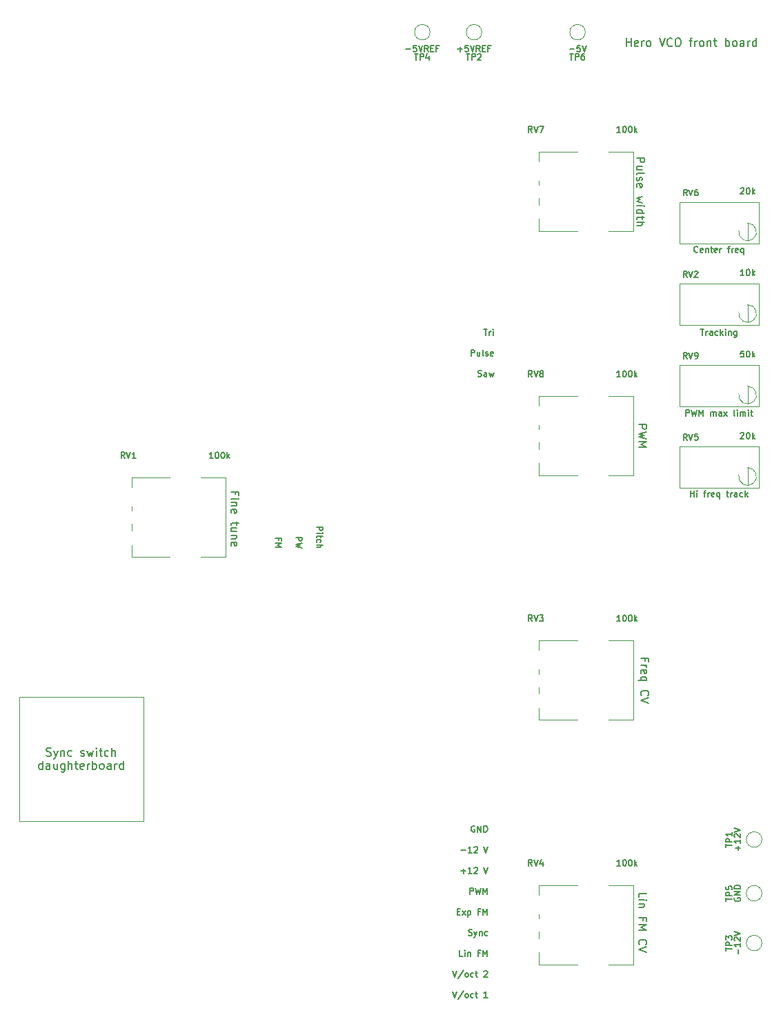
<source format=gto>
G04 #@! TF.GenerationSoftware,KiCad,Pcbnew,6.0.1-79c1e3a40b~116~ubuntu20.04.1*
G04 #@! TF.CreationDate,2022-01-29T17:03:37-05:00*
G04 #@! TF.ProjectId,herovco_front,6865726f-7663-46f5-9f66-726f6e742e6b,rev?*
G04 #@! TF.SameCoordinates,Original*
G04 #@! TF.FileFunction,Legend,Top*
G04 #@! TF.FilePolarity,Positive*
%FSLAX46Y46*%
G04 Gerber Fmt 4.6, Leading zero omitted, Abs format (unit mm)*
G04 Created by KiCad (PCBNEW 6.0.1-79c1e3a40b~116~ubuntu20.04.1) date 2022-01-29 17:03:37*
%MOMM*%
%LPD*%
G01*
G04 APERTURE LIST*
%ADD10C,0.120000*%
%ADD11C,0.150000*%
%ADD12C,0.100000*%
G04 APERTURE END LIST*
D10*
X101890000Y-136770000D02*
X101890000Y-121530000D01*
X117130000Y-121530000D02*
X117130000Y-136770000D01*
X117130000Y-121530000D02*
X101890000Y-121530000D01*
X117130000Y-136770000D02*
X101890000Y-136770000D01*
D11*
X183736285Y-87055285D02*
X183736285Y-86305285D01*
X184022000Y-86305285D01*
X184093428Y-86341000D01*
X184129142Y-86376714D01*
X184164857Y-86448142D01*
X184164857Y-86555285D01*
X184129142Y-86626714D01*
X184093428Y-86662428D01*
X184022000Y-86698142D01*
X183736285Y-86698142D01*
X184414857Y-86305285D02*
X184593428Y-87055285D01*
X184736285Y-86519571D01*
X184879142Y-87055285D01*
X185057714Y-86305285D01*
X185343428Y-87055285D02*
X185343428Y-86305285D01*
X185593428Y-86841000D01*
X185843428Y-86305285D01*
X185843428Y-87055285D01*
X186772000Y-87055285D02*
X186772000Y-86555285D01*
X186772000Y-86626714D02*
X186807714Y-86591000D01*
X186879142Y-86555285D01*
X186986285Y-86555285D01*
X187057714Y-86591000D01*
X187093428Y-86662428D01*
X187093428Y-87055285D01*
X187093428Y-86662428D02*
X187129142Y-86591000D01*
X187200571Y-86555285D01*
X187307714Y-86555285D01*
X187379142Y-86591000D01*
X187414857Y-86662428D01*
X187414857Y-87055285D01*
X188093428Y-87055285D02*
X188093428Y-86662428D01*
X188057714Y-86591000D01*
X187986285Y-86555285D01*
X187843428Y-86555285D01*
X187772000Y-86591000D01*
X188093428Y-87019571D02*
X188022000Y-87055285D01*
X187843428Y-87055285D01*
X187772000Y-87019571D01*
X187736285Y-86948142D01*
X187736285Y-86876714D01*
X187772000Y-86805285D01*
X187843428Y-86769571D01*
X188022000Y-86769571D01*
X188093428Y-86733857D01*
X188379142Y-87055285D02*
X188772000Y-86555285D01*
X188379142Y-86555285D02*
X188772000Y-87055285D01*
X189736285Y-87055285D02*
X189664857Y-87019571D01*
X189629142Y-86948142D01*
X189629142Y-86305285D01*
X190022000Y-87055285D02*
X190022000Y-86555285D01*
X190022000Y-86305285D02*
X189986285Y-86341000D01*
X190022000Y-86376714D01*
X190057714Y-86341000D01*
X190022000Y-86305285D01*
X190022000Y-86376714D01*
X190379142Y-87055285D02*
X190379142Y-86555285D01*
X190379142Y-86626714D02*
X190414857Y-86591000D01*
X190486285Y-86555285D01*
X190593428Y-86555285D01*
X190664857Y-86591000D01*
X190700571Y-86662428D01*
X190700571Y-87055285D01*
X190700571Y-86662428D02*
X190736285Y-86591000D01*
X190807714Y-86555285D01*
X190914857Y-86555285D01*
X190986285Y-86591000D01*
X191022000Y-86662428D01*
X191022000Y-87055285D01*
X191379142Y-87055285D02*
X191379142Y-86555285D01*
X191379142Y-86305285D02*
X191343428Y-86341000D01*
X191379142Y-86376714D01*
X191414857Y-86341000D01*
X191379142Y-86305285D01*
X191379142Y-86376714D01*
X191629142Y-86555285D02*
X191914857Y-86555285D01*
X191736285Y-86305285D02*
X191736285Y-86948142D01*
X191772000Y-87019571D01*
X191843428Y-87055285D01*
X191914857Y-87055285D01*
X133723571Y-102311071D02*
X133723571Y-102061071D01*
X133330714Y-102061071D02*
X134080714Y-102061071D01*
X134080714Y-102418214D01*
X133330714Y-102703928D02*
X134080714Y-102703928D01*
X133545000Y-102953928D01*
X134080714Y-103203928D01*
X133330714Y-103203928D01*
X157048214Y-150773571D02*
X157155357Y-150809285D01*
X157333928Y-150809285D01*
X157405357Y-150773571D01*
X157441071Y-150737857D01*
X157476785Y-150666428D01*
X157476785Y-150595000D01*
X157441071Y-150523571D01*
X157405357Y-150487857D01*
X157333928Y-150452142D01*
X157191071Y-150416428D01*
X157119642Y-150380714D01*
X157083928Y-150345000D01*
X157048214Y-150273571D01*
X157048214Y-150202142D01*
X157083928Y-150130714D01*
X157119642Y-150095000D01*
X157191071Y-150059285D01*
X157369642Y-150059285D01*
X157476785Y-150095000D01*
X157726785Y-150309285D02*
X157905357Y-150809285D01*
X158083928Y-150309285D02*
X157905357Y-150809285D01*
X157833928Y-150987857D01*
X157798214Y-151023571D01*
X157726785Y-151059285D01*
X158369642Y-150309285D02*
X158369642Y-150809285D01*
X158369642Y-150380714D02*
X158405357Y-150345000D01*
X158476785Y-150309285D01*
X158583928Y-150309285D01*
X158655357Y-150345000D01*
X158691071Y-150416428D01*
X158691071Y-150809285D01*
X159369642Y-150773571D02*
X159298214Y-150809285D01*
X159155357Y-150809285D01*
X159083928Y-150773571D01*
X159048214Y-150737857D01*
X159012500Y-150666428D01*
X159012500Y-150452142D01*
X159048214Y-150380714D01*
X159083928Y-150345000D01*
X159155357Y-150309285D01*
X159298214Y-150309285D01*
X159369642Y-150345000D01*
X185182714Y-66917857D02*
X185147000Y-66953571D01*
X185039857Y-66989285D01*
X184968428Y-66989285D01*
X184861285Y-66953571D01*
X184789857Y-66882142D01*
X184754142Y-66810714D01*
X184718428Y-66667857D01*
X184718428Y-66560714D01*
X184754142Y-66417857D01*
X184789857Y-66346428D01*
X184861285Y-66275000D01*
X184968428Y-66239285D01*
X185039857Y-66239285D01*
X185147000Y-66275000D01*
X185182714Y-66310714D01*
X185789857Y-66953571D02*
X185718428Y-66989285D01*
X185575571Y-66989285D01*
X185504142Y-66953571D01*
X185468428Y-66882142D01*
X185468428Y-66596428D01*
X185504142Y-66525000D01*
X185575571Y-66489285D01*
X185718428Y-66489285D01*
X185789857Y-66525000D01*
X185825571Y-66596428D01*
X185825571Y-66667857D01*
X185468428Y-66739285D01*
X186147000Y-66489285D02*
X186147000Y-66989285D01*
X186147000Y-66560714D02*
X186182714Y-66525000D01*
X186254142Y-66489285D01*
X186361285Y-66489285D01*
X186432714Y-66525000D01*
X186468428Y-66596428D01*
X186468428Y-66989285D01*
X186718428Y-66489285D02*
X187004142Y-66489285D01*
X186825571Y-66239285D02*
X186825571Y-66882142D01*
X186861285Y-66953571D01*
X186932714Y-66989285D01*
X187004142Y-66989285D01*
X187539857Y-66953571D02*
X187468428Y-66989285D01*
X187325571Y-66989285D01*
X187254142Y-66953571D01*
X187218428Y-66882142D01*
X187218428Y-66596428D01*
X187254142Y-66525000D01*
X187325571Y-66489285D01*
X187468428Y-66489285D01*
X187539857Y-66525000D01*
X187575571Y-66596428D01*
X187575571Y-66667857D01*
X187218428Y-66739285D01*
X187897000Y-66989285D02*
X187897000Y-66489285D01*
X187897000Y-66632142D02*
X187932714Y-66560714D01*
X187968428Y-66525000D01*
X188039857Y-66489285D01*
X188111285Y-66489285D01*
X188825571Y-66489285D02*
X189111285Y-66489285D01*
X188932714Y-66989285D02*
X188932714Y-66346428D01*
X188968428Y-66275000D01*
X189039857Y-66239285D01*
X189111285Y-66239285D01*
X189361285Y-66989285D02*
X189361285Y-66489285D01*
X189361285Y-66632142D02*
X189397000Y-66560714D01*
X189432714Y-66525000D01*
X189504142Y-66489285D01*
X189575571Y-66489285D01*
X190111285Y-66953571D02*
X190039857Y-66989285D01*
X189897000Y-66989285D01*
X189825571Y-66953571D01*
X189789857Y-66882142D01*
X189789857Y-66596428D01*
X189825571Y-66525000D01*
X189897000Y-66489285D01*
X190039857Y-66489285D01*
X190111285Y-66525000D01*
X190147000Y-66596428D01*
X190147000Y-66667857D01*
X189789857Y-66739285D01*
X190789857Y-66489285D02*
X190789857Y-67239285D01*
X190789857Y-66953571D02*
X190718428Y-66989285D01*
X190575571Y-66989285D01*
X190504142Y-66953571D01*
X190468428Y-66917857D01*
X190432714Y-66846428D01*
X190432714Y-66632142D01*
X190468428Y-66560714D01*
X190504142Y-66525000D01*
X190575571Y-66489285D01*
X190718428Y-66489285D01*
X190789857Y-66525000D01*
X177921619Y-146128571D02*
X177921619Y-145652380D01*
X178921619Y-145652380D01*
X177921619Y-146461904D02*
X178588285Y-146461904D01*
X178921619Y-146461904D02*
X178874000Y-146414285D01*
X178826380Y-146461904D01*
X178874000Y-146509523D01*
X178921619Y-146461904D01*
X178826380Y-146461904D01*
X178588285Y-146938095D02*
X177921619Y-146938095D01*
X178493047Y-146938095D02*
X178540666Y-146985714D01*
X178588285Y-147080952D01*
X178588285Y-147223809D01*
X178540666Y-147319047D01*
X178445428Y-147366666D01*
X177921619Y-147366666D01*
X178445428Y-148938095D02*
X178445428Y-148604761D01*
X177921619Y-148604761D02*
X178921619Y-148604761D01*
X178921619Y-149080952D01*
X177921619Y-149461904D02*
X178921619Y-149461904D01*
X178207333Y-149795238D01*
X178921619Y-150128571D01*
X177921619Y-150128571D01*
X178016857Y-151938095D02*
X177969238Y-151890476D01*
X177921619Y-151747619D01*
X177921619Y-151652380D01*
X177969238Y-151509523D01*
X178064476Y-151414285D01*
X178159714Y-151366666D01*
X178350190Y-151319047D01*
X178493047Y-151319047D01*
X178683523Y-151366666D01*
X178778761Y-151414285D01*
X178874000Y-151509523D01*
X178921619Y-151652380D01*
X178921619Y-151747619D01*
X178874000Y-151890476D01*
X178826380Y-151938095D01*
X178921619Y-152223809D02*
X177921619Y-152557142D01*
X178921619Y-152890476D01*
X155119642Y-157679285D02*
X155369642Y-158429285D01*
X155619642Y-157679285D01*
X156405357Y-157643571D02*
X155762500Y-158607857D01*
X156762500Y-158429285D02*
X156691071Y-158393571D01*
X156655357Y-158357857D01*
X156619642Y-158286428D01*
X156619642Y-158072142D01*
X156655357Y-158000714D01*
X156691071Y-157965000D01*
X156762500Y-157929285D01*
X156869642Y-157929285D01*
X156941071Y-157965000D01*
X156976785Y-158000714D01*
X157012500Y-158072142D01*
X157012500Y-158286428D01*
X156976785Y-158357857D01*
X156941071Y-158393571D01*
X156869642Y-158429285D01*
X156762500Y-158429285D01*
X157655357Y-158393571D02*
X157583928Y-158429285D01*
X157441071Y-158429285D01*
X157369642Y-158393571D01*
X157333928Y-158357857D01*
X157298214Y-158286428D01*
X157298214Y-158072142D01*
X157333928Y-158000714D01*
X157369642Y-157965000D01*
X157441071Y-157929285D01*
X157583928Y-157929285D01*
X157655357Y-157965000D01*
X157869642Y-157929285D02*
X158155357Y-157929285D01*
X157976785Y-157679285D02*
X157976785Y-158322142D01*
X158012500Y-158393571D01*
X158083928Y-158429285D01*
X158155357Y-158429285D01*
X159369642Y-158429285D02*
X158941071Y-158429285D01*
X159155357Y-158429285D02*
X159155357Y-157679285D01*
X159083928Y-157786428D01*
X159012500Y-157857857D01*
X158941071Y-157893571D01*
X157798214Y-137395000D02*
X157726785Y-137359285D01*
X157619642Y-137359285D01*
X157512500Y-137395000D01*
X157441071Y-137466428D01*
X157405357Y-137537857D01*
X157369642Y-137680714D01*
X157369642Y-137787857D01*
X157405357Y-137930714D01*
X157441071Y-138002142D01*
X157512500Y-138073571D01*
X157619642Y-138109285D01*
X157691071Y-138109285D01*
X157798214Y-138073571D01*
X157833928Y-138037857D01*
X157833928Y-137787857D01*
X157691071Y-137787857D01*
X158155357Y-138109285D02*
X158155357Y-137359285D01*
X158583928Y-138109285D01*
X158583928Y-137359285D01*
X158941071Y-138109285D02*
X158941071Y-137359285D01*
X159119642Y-137359285D01*
X159226785Y-137395000D01*
X159298214Y-137466428D01*
X159333928Y-137537857D01*
X159369642Y-137680714D01*
X159369642Y-137787857D01*
X159333928Y-137930714D01*
X159298214Y-138002142D01*
X159226785Y-138073571D01*
X159119642Y-138109285D01*
X158941071Y-138109285D01*
X128407428Y-96693809D02*
X128407428Y-96360476D01*
X127883619Y-96360476D02*
X128883619Y-96360476D01*
X128883619Y-96836666D01*
X127883619Y-97217619D02*
X128550285Y-97217619D01*
X128883619Y-97217619D02*
X128836000Y-97170000D01*
X128788380Y-97217619D01*
X128836000Y-97265238D01*
X128883619Y-97217619D01*
X128788380Y-97217619D01*
X128550285Y-97693809D02*
X127883619Y-97693809D01*
X128455047Y-97693809D02*
X128502666Y-97741428D01*
X128550285Y-97836666D01*
X128550285Y-97979523D01*
X128502666Y-98074761D01*
X128407428Y-98122380D01*
X127883619Y-98122380D01*
X127931238Y-98979523D02*
X127883619Y-98884285D01*
X127883619Y-98693809D01*
X127931238Y-98598571D01*
X128026476Y-98550952D01*
X128407428Y-98550952D01*
X128502666Y-98598571D01*
X128550285Y-98693809D01*
X128550285Y-98884285D01*
X128502666Y-98979523D01*
X128407428Y-99027142D01*
X128312190Y-99027142D01*
X128216952Y-98550952D01*
X128550285Y-100074761D02*
X128550285Y-100455714D01*
X128883619Y-100217619D02*
X128026476Y-100217619D01*
X127931238Y-100265238D01*
X127883619Y-100360476D01*
X127883619Y-100455714D01*
X128550285Y-101217619D02*
X127883619Y-101217619D01*
X128550285Y-100789047D02*
X128026476Y-100789047D01*
X127931238Y-100836666D01*
X127883619Y-100931904D01*
X127883619Y-101074761D01*
X127931238Y-101170000D01*
X127978857Y-101217619D01*
X128550285Y-101693809D02*
X127883619Y-101693809D01*
X128455047Y-101693809D02*
X128502666Y-101741428D01*
X128550285Y-101836666D01*
X128550285Y-101979523D01*
X128502666Y-102074761D01*
X128407428Y-102122380D01*
X127883619Y-102122380D01*
X127931238Y-102979523D02*
X127883619Y-102884285D01*
X127883619Y-102693809D01*
X127931238Y-102598571D01*
X128026476Y-102550952D01*
X128407428Y-102550952D01*
X128502666Y-102598571D01*
X128550285Y-102693809D01*
X128550285Y-102884285D01*
X128502666Y-102979523D01*
X128407428Y-103027142D01*
X128312190Y-103027142D01*
X128216952Y-102550952D01*
X135870714Y-101953928D02*
X136620714Y-101953928D01*
X136620714Y-102239642D01*
X136585000Y-102311071D01*
X136549285Y-102346785D01*
X136477857Y-102382500D01*
X136370714Y-102382500D01*
X136299285Y-102346785D01*
X136263571Y-102311071D01*
X136227857Y-102239642D01*
X136227857Y-101953928D01*
X136620714Y-102632500D02*
X135870714Y-102811071D01*
X136406428Y-102953928D01*
X135870714Y-103096785D01*
X136620714Y-103275357D01*
X158206785Y-82193571D02*
X158313928Y-82229285D01*
X158492500Y-82229285D01*
X158563928Y-82193571D01*
X158599642Y-82157857D01*
X158635357Y-82086428D01*
X158635357Y-82015000D01*
X158599642Y-81943571D01*
X158563928Y-81907857D01*
X158492500Y-81872142D01*
X158349642Y-81836428D01*
X158278214Y-81800714D01*
X158242500Y-81765000D01*
X158206785Y-81693571D01*
X158206785Y-81622142D01*
X158242500Y-81550714D01*
X158278214Y-81515000D01*
X158349642Y-81479285D01*
X158528214Y-81479285D01*
X158635357Y-81515000D01*
X159278214Y-82229285D02*
X159278214Y-81836428D01*
X159242500Y-81765000D01*
X159171071Y-81729285D01*
X159028214Y-81729285D01*
X158956785Y-81765000D01*
X159278214Y-82193571D02*
X159206785Y-82229285D01*
X159028214Y-82229285D01*
X158956785Y-82193571D01*
X158921071Y-82122142D01*
X158921071Y-82050714D01*
X158956785Y-81979285D01*
X159028214Y-81943571D01*
X159206785Y-81943571D01*
X159278214Y-81907857D01*
X159563928Y-81729285D02*
X159706785Y-82229285D01*
X159849642Y-81872142D01*
X159992500Y-82229285D01*
X160135357Y-81729285D01*
X156119642Y-140363571D02*
X156691071Y-140363571D01*
X157441071Y-140649285D02*
X157012500Y-140649285D01*
X157226785Y-140649285D02*
X157226785Y-139899285D01*
X157155357Y-140006428D01*
X157083928Y-140077857D01*
X157012500Y-140113571D01*
X157726785Y-139970714D02*
X157762500Y-139935000D01*
X157833928Y-139899285D01*
X158012500Y-139899285D01*
X158083928Y-139935000D01*
X158119642Y-139970714D01*
X158155357Y-140042142D01*
X158155357Y-140113571D01*
X158119642Y-140220714D01*
X157691071Y-140649285D01*
X158155357Y-140649285D01*
X158941071Y-139899285D02*
X159191071Y-140649285D01*
X159441071Y-139899285D01*
X155119642Y-155139285D02*
X155369642Y-155889285D01*
X155619642Y-155139285D01*
X156405357Y-155103571D02*
X155762500Y-156067857D01*
X156762500Y-155889285D02*
X156691071Y-155853571D01*
X156655357Y-155817857D01*
X156619642Y-155746428D01*
X156619642Y-155532142D01*
X156655357Y-155460714D01*
X156691071Y-155425000D01*
X156762500Y-155389285D01*
X156869642Y-155389285D01*
X156941071Y-155425000D01*
X156976785Y-155460714D01*
X157012500Y-155532142D01*
X157012500Y-155746428D01*
X156976785Y-155817857D01*
X156941071Y-155853571D01*
X156869642Y-155889285D01*
X156762500Y-155889285D01*
X157655357Y-155853571D02*
X157583928Y-155889285D01*
X157441071Y-155889285D01*
X157369642Y-155853571D01*
X157333928Y-155817857D01*
X157298214Y-155746428D01*
X157298214Y-155532142D01*
X157333928Y-155460714D01*
X157369642Y-155425000D01*
X157441071Y-155389285D01*
X157583928Y-155389285D01*
X157655357Y-155425000D01*
X157869642Y-155389285D02*
X158155357Y-155389285D01*
X157976785Y-155139285D02*
X157976785Y-155782142D01*
X158012500Y-155853571D01*
X158083928Y-155889285D01*
X158155357Y-155889285D01*
X158941071Y-155210714D02*
X158976785Y-155175000D01*
X159048214Y-155139285D01*
X159226785Y-155139285D01*
X159298214Y-155175000D01*
X159333928Y-155210714D01*
X159369642Y-155282142D01*
X159369642Y-155353571D01*
X159333928Y-155460714D01*
X158905357Y-155889285D01*
X159369642Y-155889285D01*
X156333928Y-153349285D02*
X155976785Y-153349285D01*
X155976785Y-152599285D01*
X156583928Y-153349285D02*
X156583928Y-152849285D01*
X156583928Y-152599285D02*
X156548214Y-152635000D01*
X156583928Y-152670714D01*
X156619642Y-152635000D01*
X156583928Y-152599285D01*
X156583928Y-152670714D01*
X156941071Y-152849285D02*
X156941071Y-153349285D01*
X156941071Y-152920714D02*
X156976785Y-152885000D01*
X157048214Y-152849285D01*
X157155357Y-152849285D01*
X157226785Y-152885000D01*
X157262500Y-152956428D01*
X157262500Y-153349285D01*
X158441071Y-152956428D02*
X158191071Y-152956428D01*
X158191071Y-153349285D02*
X158191071Y-152599285D01*
X158548214Y-152599285D01*
X158833928Y-153349285D02*
X158833928Y-152599285D01*
X159083928Y-153135000D01*
X159333928Y-152599285D01*
X159333928Y-153349285D01*
X156119642Y-142903571D02*
X156691071Y-142903571D01*
X156405357Y-143189285D02*
X156405357Y-142617857D01*
X157441071Y-143189285D02*
X157012500Y-143189285D01*
X157226785Y-143189285D02*
X157226785Y-142439285D01*
X157155357Y-142546428D01*
X157083928Y-142617857D01*
X157012500Y-142653571D01*
X157726785Y-142510714D02*
X157762500Y-142475000D01*
X157833928Y-142439285D01*
X158012500Y-142439285D01*
X158083928Y-142475000D01*
X158119642Y-142510714D01*
X158155357Y-142582142D01*
X158155357Y-142653571D01*
X158119642Y-142760714D01*
X157691071Y-143189285D01*
X158155357Y-143189285D01*
X158941071Y-142439285D02*
X159191071Y-143189285D01*
X159441071Y-142439285D01*
X184289857Y-96961285D02*
X184289857Y-96211285D01*
X184289857Y-96568428D02*
X184718428Y-96568428D01*
X184718428Y-96961285D02*
X184718428Y-96211285D01*
X185075571Y-96961285D02*
X185075571Y-96461285D01*
X185075571Y-96211285D02*
X185039857Y-96247000D01*
X185075571Y-96282714D01*
X185111285Y-96247000D01*
X185075571Y-96211285D01*
X185075571Y-96282714D01*
X185897000Y-96461285D02*
X186182714Y-96461285D01*
X186004142Y-96961285D02*
X186004142Y-96318428D01*
X186039857Y-96247000D01*
X186111285Y-96211285D01*
X186182714Y-96211285D01*
X186432714Y-96961285D02*
X186432714Y-96461285D01*
X186432714Y-96604142D02*
X186468428Y-96532714D01*
X186504142Y-96497000D01*
X186575571Y-96461285D01*
X186647000Y-96461285D01*
X187182714Y-96925571D02*
X187111285Y-96961285D01*
X186968428Y-96961285D01*
X186897000Y-96925571D01*
X186861285Y-96854142D01*
X186861285Y-96568428D01*
X186897000Y-96497000D01*
X186968428Y-96461285D01*
X187111285Y-96461285D01*
X187182714Y-96497000D01*
X187218428Y-96568428D01*
X187218428Y-96639857D01*
X186861285Y-96711285D01*
X187861285Y-96461285D02*
X187861285Y-97211285D01*
X187861285Y-96925571D02*
X187789857Y-96961285D01*
X187647000Y-96961285D01*
X187575571Y-96925571D01*
X187539857Y-96889857D01*
X187504142Y-96818428D01*
X187504142Y-96604142D01*
X187539857Y-96532714D01*
X187575571Y-96497000D01*
X187647000Y-96461285D01*
X187789857Y-96461285D01*
X187861285Y-96497000D01*
X188682714Y-96461285D02*
X188968428Y-96461285D01*
X188789857Y-96211285D02*
X188789857Y-96854142D01*
X188825571Y-96925571D01*
X188897000Y-96961285D01*
X188968428Y-96961285D01*
X189218428Y-96961285D02*
X189218428Y-96461285D01*
X189218428Y-96604142D02*
X189254142Y-96532714D01*
X189289857Y-96497000D01*
X189361285Y-96461285D01*
X189432714Y-96461285D01*
X190004142Y-96961285D02*
X190004142Y-96568428D01*
X189968428Y-96497000D01*
X189897000Y-96461285D01*
X189754142Y-96461285D01*
X189682714Y-96497000D01*
X190004142Y-96925571D02*
X189932714Y-96961285D01*
X189754142Y-96961285D01*
X189682714Y-96925571D01*
X189647000Y-96854142D01*
X189647000Y-96782714D01*
X189682714Y-96711285D01*
X189754142Y-96675571D01*
X189932714Y-96675571D01*
X190004142Y-96639857D01*
X190682714Y-96925571D02*
X190611285Y-96961285D01*
X190468428Y-96961285D01*
X190397000Y-96925571D01*
X190361285Y-96889857D01*
X190325571Y-96818428D01*
X190325571Y-96604142D01*
X190361285Y-96532714D01*
X190397000Y-96497000D01*
X190468428Y-96461285D01*
X190611285Y-96461285D01*
X190682714Y-96497000D01*
X191004142Y-96961285D02*
X191004142Y-96211285D01*
X191075571Y-96675571D02*
X191289857Y-96961285D01*
X191289857Y-96461285D02*
X191004142Y-96747000D01*
X138410714Y-100703928D02*
X139160714Y-100703928D01*
X139160714Y-100989642D01*
X139125000Y-101061071D01*
X139089285Y-101096785D01*
X139017857Y-101132500D01*
X138910714Y-101132500D01*
X138839285Y-101096785D01*
X138803571Y-101061071D01*
X138767857Y-100989642D01*
X138767857Y-100703928D01*
X138410714Y-101453928D02*
X138910714Y-101453928D01*
X139160714Y-101453928D02*
X139125000Y-101418214D01*
X139089285Y-101453928D01*
X139125000Y-101489642D01*
X139160714Y-101453928D01*
X139089285Y-101453928D01*
X138910714Y-101703928D02*
X138910714Y-101989642D01*
X139160714Y-101811071D02*
X138517857Y-101811071D01*
X138446428Y-101846785D01*
X138410714Y-101918214D01*
X138410714Y-101989642D01*
X138446428Y-102561071D02*
X138410714Y-102489642D01*
X138410714Y-102346785D01*
X138446428Y-102275357D01*
X138482142Y-102239642D01*
X138553571Y-102203928D01*
X138767857Y-102203928D01*
X138839285Y-102239642D01*
X138875000Y-102275357D01*
X138910714Y-102346785D01*
X138910714Y-102489642D01*
X138875000Y-102561071D01*
X138410714Y-102882500D02*
X139160714Y-102882500D01*
X138410714Y-103203928D02*
X138803571Y-103203928D01*
X138875000Y-103168214D01*
X138910714Y-103096785D01*
X138910714Y-102989642D01*
X138875000Y-102918214D01*
X138839285Y-102882500D01*
X155655357Y-147876428D02*
X155905357Y-147876428D01*
X156012500Y-148269285D02*
X155655357Y-148269285D01*
X155655357Y-147519285D01*
X156012500Y-147519285D01*
X156262500Y-148269285D02*
X156655357Y-147769285D01*
X156262500Y-147769285D02*
X156655357Y-148269285D01*
X156941071Y-147769285D02*
X156941071Y-148519285D01*
X156941071Y-147805000D02*
X157012500Y-147769285D01*
X157155357Y-147769285D01*
X157226785Y-147805000D01*
X157262500Y-147840714D01*
X157298214Y-147912142D01*
X157298214Y-148126428D01*
X157262500Y-148197857D01*
X157226785Y-148233571D01*
X157155357Y-148269285D01*
X157012500Y-148269285D01*
X156941071Y-148233571D01*
X158441071Y-147876428D02*
X158191071Y-147876428D01*
X158191071Y-148269285D02*
X158191071Y-147519285D01*
X158548214Y-147519285D01*
X158833928Y-148269285D02*
X158833928Y-147519285D01*
X159083928Y-148055000D01*
X159333928Y-147519285D01*
X159333928Y-148269285D01*
X185504142Y-76399285D02*
X185932714Y-76399285D01*
X185718428Y-77149285D02*
X185718428Y-76399285D01*
X186182714Y-77149285D02*
X186182714Y-76649285D01*
X186182714Y-76792142D02*
X186218428Y-76720714D01*
X186254142Y-76685000D01*
X186325571Y-76649285D01*
X186397000Y-76649285D01*
X186968428Y-77149285D02*
X186968428Y-76756428D01*
X186932714Y-76685000D01*
X186861285Y-76649285D01*
X186718428Y-76649285D01*
X186647000Y-76685000D01*
X186968428Y-77113571D02*
X186897000Y-77149285D01*
X186718428Y-77149285D01*
X186647000Y-77113571D01*
X186611285Y-77042142D01*
X186611285Y-76970714D01*
X186647000Y-76899285D01*
X186718428Y-76863571D01*
X186897000Y-76863571D01*
X186968428Y-76827857D01*
X187647000Y-77113571D02*
X187575571Y-77149285D01*
X187432714Y-77149285D01*
X187361285Y-77113571D01*
X187325571Y-77077857D01*
X187289857Y-77006428D01*
X187289857Y-76792142D01*
X187325571Y-76720714D01*
X187361285Y-76685000D01*
X187432714Y-76649285D01*
X187575571Y-76649285D01*
X187647000Y-76685000D01*
X187968428Y-77149285D02*
X187968428Y-76399285D01*
X188039857Y-76863571D02*
X188254142Y-77149285D01*
X188254142Y-76649285D02*
X187968428Y-76935000D01*
X188575571Y-77149285D02*
X188575571Y-76649285D01*
X188575571Y-76399285D02*
X188539857Y-76435000D01*
X188575571Y-76470714D01*
X188611285Y-76435000D01*
X188575571Y-76399285D01*
X188575571Y-76470714D01*
X188932714Y-76649285D02*
X188932714Y-77149285D01*
X188932714Y-76720714D02*
X188968428Y-76685000D01*
X189039857Y-76649285D01*
X189147000Y-76649285D01*
X189218428Y-76685000D01*
X189254142Y-76756428D01*
X189254142Y-77149285D01*
X189932714Y-76649285D02*
X189932714Y-77256428D01*
X189897000Y-77327857D01*
X189861285Y-77363571D01*
X189789857Y-77399285D01*
X189682714Y-77399285D01*
X189611285Y-77363571D01*
X189932714Y-77113571D02*
X189861285Y-77149285D01*
X189718428Y-77149285D01*
X189647000Y-77113571D01*
X189611285Y-77077857D01*
X189575571Y-77006428D01*
X189575571Y-76792142D01*
X189611285Y-76720714D01*
X189647000Y-76685000D01*
X189718428Y-76649285D01*
X189861285Y-76649285D01*
X189932714Y-76685000D01*
X177667619Y-55395142D02*
X178667619Y-55395142D01*
X178667619Y-55776095D01*
X178620000Y-55871333D01*
X178572380Y-55918952D01*
X178477142Y-55966571D01*
X178334285Y-55966571D01*
X178239047Y-55918952D01*
X178191428Y-55871333D01*
X178143809Y-55776095D01*
X178143809Y-55395142D01*
X178334285Y-56823714D02*
X177667619Y-56823714D01*
X178334285Y-56395142D02*
X177810476Y-56395142D01*
X177715238Y-56442761D01*
X177667619Y-56538000D01*
X177667619Y-56680857D01*
X177715238Y-56776095D01*
X177762857Y-56823714D01*
X177667619Y-57442761D02*
X177715238Y-57347523D01*
X177810476Y-57299904D01*
X178667619Y-57299904D01*
X177715238Y-57776095D02*
X177667619Y-57871333D01*
X177667619Y-58061809D01*
X177715238Y-58157047D01*
X177810476Y-58204666D01*
X177858095Y-58204666D01*
X177953333Y-58157047D01*
X178000952Y-58061809D01*
X178000952Y-57918952D01*
X178048571Y-57823714D01*
X178143809Y-57776095D01*
X178191428Y-57776095D01*
X178286666Y-57823714D01*
X178334285Y-57918952D01*
X178334285Y-58061809D01*
X178286666Y-58157047D01*
X177715238Y-59014190D02*
X177667619Y-58918952D01*
X177667619Y-58728476D01*
X177715238Y-58633238D01*
X177810476Y-58585619D01*
X178191428Y-58585619D01*
X178286666Y-58633238D01*
X178334285Y-58728476D01*
X178334285Y-58918952D01*
X178286666Y-59014190D01*
X178191428Y-59061809D01*
X178096190Y-59061809D01*
X178000952Y-58585619D01*
X178334285Y-60157047D02*
X177667619Y-60347523D01*
X178143809Y-60538000D01*
X177667619Y-60728476D01*
X178334285Y-60918952D01*
X177667619Y-61299904D02*
X178334285Y-61299904D01*
X178667619Y-61299904D02*
X178620000Y-61252285D01*
X178572380Y-61299904D01*
X178620000Y-61347523D01*
X178667619Y-61299904D01*
X178572380Y-61299904D01*
X177667619Y-62204666D02*
X178667619Y-62204666D01*
X177715238Y-62204666D02*
X177667619Y-62109428D01*
X177667619Y-61918952D01*
X177715238Y-61823714D01*
X177762857Y-61776095D01*
X177858095Y-61728476D01*
X178143809Y-61728476D01*
X178239047Y-61776095D01*
X178286666Y-61823714D01*
X178334285Y-61918952D01*
X178334285Y-62109428D01*
X178286666Y-62204666D01*
X178334285Y-62538000D02*
X178334285Y-62918952D01*
X178667619Y-62680857D02*
X177810476Y-62680857D01*
X177715238Y-62728476D01*
X177667619Y-62823714D01*
X177667619Y-62918952D01*
X177667619Y-63252285D02*
X178667619Y-63252285D01*
X177667619Y-63680857D02*
X178191428Y-63680857D01*
X178286666Y-63633238D01*
X178334285Y-63538000D01*
X178334285Y-63395142D01*
X178286666Y-63299904D01*
X178239047Y-63252285D01*
X178699428Y-117124857D02*
X178699428Y-116791523D01*
X178175619Y-116791523D02*
X179175619Y-116791523D01*
X179175619Y-117267714D01*
X178175619Y-117648666D02*
X178842285Y-117648666D01*
X178651809Y-117648666D02*
X178747047Y-117696285D01*
X178794666Y-117743904D01*
X178842285Y-117839142D01*
X178842285Y-117934380D01*
X178223238Y-118648666D02*
X178175619Y-118553428D01*
X178175619Y-118362952D01*
X178223238Y-118267714D01*
X178318476Y-118220095D01*
X178699428Y-118220095D01*
X178794666Y-118267714D01*
X178842285Y-118362952D01*
X178842285Y-118553428D01*
X178794666Y-118648666D01*
X178699428Y-118696285D01*
X178604190Y-118696285D01*
X178508952Y-118220095D01*
X178842285Y-119553428D02*
X177842285Y-119553428D01*
X178223238Y-119553428D02*
X178175619Y-119458190D01*
X178175619Y-119267714D01*
X178223238Y-119172476D01*
X178270857Y-119124857D01*
X178366095Y-119077238D01*
X178651809Y-119077238D01*
X178747047Y-119124857D01*
X178794666Y-119172476D01*
X178842285Y-119267714D01*
X178842285Y-119458190D01*
X178794666Y-119553428D01*
X178270857Y-121362952D02*
X178223238Y-121315333D01*
X178175619Y-121172476D01*
X178175619Y-121077238D01*
X178223238Y-120934380D01*
X178318476Y-120839142D01*
X178413714Y-120791523D01*
X178604190Y-120743904D01*
X178747047Y-120743904D01*
X178937523Y-120791523D01*
X179032761Y-120839142D01*
X179128000Y-120934380D01*
X179175619Y-121077238D01*
X179175619Y-121172476D01*
X179128000Y-121315333D01*
X179080380Y-121362952D01*
X179175619Y-121648666D02*
X178175619Y-121982000D01*
X179175619Y-122315333D01*
X176413809Y-41712380D02*
X176413809Y-40712380D01*
X176413809Y-41188571D02*
X176985238Y-41188571D01*
X176985238Y-41712380D02*
X176985238Y-40712380D01*
X177842380Y-41664761D02*
X177747142Y-41712380D01*
X177556666Y-41712380D01*
X177461428Y-41664761D01*
X177413809Y-41569523D01*
X177413809Y-41188571D01*
X177461428Y-41093333D01*
X177556666Y-41045714D01*
X177747142Y-41045714D01*
X177842380Y-41093333D01*
X177890000Y-41188571D01*
X177890000Y-41283809D01*
X177413809Y-41379047D01*
X178318571Y-41712380D02*
X178318571Y-41045714D01*
X178318571Y-41236190D02*
X178366190Y-41140952D01*
X178413809Y-41093333D01*
X178509047Y-41045714D01*
X178604285Y-41045714D01*
X179080476Y-41712380D02*
X178985238Y-41664761D01*
X178937619Y-41617142D01*
X178890000Y-41521904D01*
X178890000Y-41236190D01*
X178937619Y-41140952D01*
X178985238Y-41093333D01*
X179080476Y-41045714D01*
X179223333Y-41045714D01*
X179318571Y-41093333D01*
X179366190Y-41140952D01*
X179413809Y-41236190D01*
X179413809Y-41521904D01*
X179366190Y-41617142D01*
X179318571Y-41664761D01*
X179223333Y-41712380D01*
X179080476Y-41712380D01*
X180461428Y-40712380D02*
X180794761Y-41712380D01*
X181128095Y-40712380D01*
X182032857Y-41617142D02*
X181985238Y-41664761D01*
X181842380Y-41712380D01*
X181747142Y-41712380D01*
X181604285Y-41664761D01*
X181509047Y-41569523D01*
X181461428Y-41474285D01*
X181413809Y-41283809D01*
X181413809Y-41140952D01*
X181461428Y-40950476D01*
X181509047Y-40855238D01*
X181604285Y-40760000D01*
X181747142Y-40712380D01*
X181842380Y-40712380D01*
X181985238Y-40760000D01*
X182032857Y-40807619D01*
X182651904Y-40712380D02*
X182842380Y-40712380D01*
X182937619Y-40760000D01*
X183032857Y-40855238D01*
X183080476Y-41045714D01*
X183080476Y-41379047D01*
X183032857Y-41569523D01*
X182937619Y-41664761D01*
X182842380Y-41712380D01*
X182651904Y-41712380D01*
X182556666Y-41664761D01*
X182461428Y-41569523D01*
X182413809Y-41379047D01*
X182413809Y-41045714D01*
X182461428Y-40855238D01*
X182556666Y-40760000D01*
X182651904Y-40712380D01*
X184128095Y-41045714D02*
X184509047Y-41045714D01*
X184270952Y-41712380D02*
X184270952Y-40855238D01*
X184318571Y-40760000D01*
X184413809Y-40712380D01*
X184509047Y-40712380D01*
X184842380Y-41712380D02*
X184842380Y-41045714D01*
X184842380Y-41236190D02*
X184890000Y-41140952D01*
X184937619Y-41093333D01*
X185032857Y-41045714D01*
X185128095Y-41045714D01*
X185604285Y-41712380D02*
X185509047Y-41664761D01*
X185461428Y-41617142D01*
X185413809Y-41521904D01*
X185413809Y-41236190D01*
X185461428Y-41140952D01*
X185509047Y-41093333D01*
X185604285Y-41045714D01*
X185747142Y-41045714D01*
X185842380Y-41093333D01*
X185890000Y-41140952D01*
X185937619Y-41236190D01*
X185937619Y-41521904D01*
X185890000Y-41617142D01*
X185842380Y-41664761D01*
X185747142Y-41712380D01*
X185604285Y-41712380D01*
X186366190Y-41045714D02*
X186366190Y-41712380D01*
X186366190Y-41140952D02*
X186413809Y-41093333D01*
X186509047Y-41045714D01*
X186651904Y-41045714D01*
X186747142Y-41093333D01*
X186794761Y-41188571D01*
X186794761Y-41712380D01*
X187128095Y-41045714D02*
X187509047Y-41045714D01*
X187270952Y-40712380D02*
X187270952Y-41569523D01*
X187318571Y-41664761D01*
X187413809Y-41712380D01*
X187509047Y-41712380D01*
X188604285Y-41712380D02*
X188604285Y-40712380D01*
X188604285Y-41093333D02*
X188699523Y-41045714D01*
X188890000Y-41045714D01*
X188985238Y-41093333D01*
X189032857Y-41140952D01*
X189080476Y-41236190D01*
X189080476Y-41521904D01*
X189032857Y-41617142D01*
X188985238Y-41664761D01*
X188890000Y-41712380D01*
X188699523Y-41712380D01*
X188604285Y-41664761D01*
X189651904Y-41712380D02*
X189556666Y-41664761D01*
X189509047Y-41617142D01*
X189461428Y-41521904D01*
X189461428Y-41236190D01*
X189509047Y-41140952D01*
X189556666Y-41093333D01*
X189651904Y-41045714D01*
X189794761Y-41045714D01*
X189890000Y-41093333D01*
X189937619Y-41140952D01*
X189985238Y-41236190D01*
X189985238Y-41521904D01*
X189937619Y-41617142D01*
X189890000Y-41664761D01*
X189794761Y-41712380D01*
X189651904Y-41712380D01*
X190842380Y-41712380D02*
X190842380Y-41188571D01*
X190794761Y-41093333D01*
X190699523Y-41045714D01*
X190509047Y-41045714D01*
X190413809Y-41093333D01*
X190842380Y-41664761D02*
X190747142Y-41712380D01*
X190509047Y-41712380D01*
X190413809Y-41664761D01*
X190366190Y-41569523D01*
X190366190Y-41474285D01*
X190413809Y-41379047D01*
X190509047Y-41331428D01*
X190747142Y-41331428D01*
X190842380Y-41283809D01*
X191318571Y-41712380D02*
X191318571Y-41045714D01*
X191318571Y-41236190D02*
X191366190Y-41140952D01*
X191413809Y-41093333D01*
X191509047Y-41045714D01*
X191604285Y-41045714D01*
X192366190Y-41712380D02*
X192366190Y-40712380D01*
X192366190Y-41664761D02*
X192270952Y-41712380D01*
X192080476Y-41712380D01*
X191985238Y-41664761D01*
X191937619Y-41617142D01*
X191890000Y-41521904D01*
X191890000Y-41236190D01*
X191937619Y-41140952D01*
X191985238Y-41093333D01*
X192080476Y-41045714D01*
X192270952Y-41045714D01*
X192366190Y-41093333D01*
X157349642Y-79689285D02*
X157349642Y-78939285D01*
X157635357Y-78939285D01*
X157706785Y-78975000D01*
X157742500Y-79010714D01*
X157778214Y-79082142D01*
X157778214Y-79189285D01*
X157742500Y-79260714D01*
X157706785Y-79296428D01*
X157635357Y-79332142D01*
X157349642Y-79332142D01*
X158421071Y-79189285D02*
X158421071Y-79689285D01*
X158099642Y-79189285D02*
X158099642Y-79582142D01*
X158135357Y-79653571D01*
X158206785Y-79689285D01*
X158313928Y-79689285D01*
X158385357Y-79653571D01*
X158421071Y-79617857D01*
X158885357Y-79689285D02*
X158813928Y-79653571D01*
X158778214Y-79582142D01*
X158778214Y-78939285D01*
X159135357Y-79653571D02*
X159206785Y-79689285D01*
X159349642Y-79689285D01*
X159421071Y-79653571D01*
X159456785Y-79582142D01*
X159456785Y-79546428D01*
X159421071Y-79475000D01*
X159349642Y-79439285D01*
X159242500Y-79439285D01*
X159171071Y-79403571D01*
X159135357Y-79332142D01*
X159135357Y-79296428D01*
X159171071Y-79225000D01*
X159242500Y-79189285D01*
X159349642Y-79189285D01*
X159421071Y-79225000D01*
X160063928Y-79653571D02*
X159992500Y-79689285D01*
X159849642Y-79689285D01*
X159778214Y-79653571D01*
X159742500Y-79582142D01*
X159742500Y-79296428D01*
X159778214Y-79225000D01*
X159849642Y-79189285D01*
X159992500Y-79189285D01*
X160063928Y-79225000D01*
X160099642Y-79296428D01*
X160099642Y-79367857D01*
X159742500Y-79439285D01*
X105248095Y-128749761D02*
X105390952Y-128797380D01*
X105629047Y-128797380D01*
X105724285Y-128749761D01*
X105771904Y-128702142D01*
X105819523Y-128606904D01*
X105819523Y-128511666D01*
X105771904Y-128416428D01*
X105724285Y-128368809D01*
X105629047Y-128321190D01*
X105438571Y-128273571D01*
X105343333Y-128225952D01*
X105295714Y-128178333D01*
X105248095Y-128083095D01*
X105248095Y-127987857D01*
X105295714Y-127892619D01*
X105343333Y-127845000D01*
X105438571Y-127797380D01*
X105676666Y-127797380D01*
X105819523Y-127845000D01*
X106152857Y-128130714D02*
X106390952Y-128797380D01*
X106629047Y-128130714D02*
X106390952Y-128797380D01*
X106295714Y-129035476D01*
X106248095Y-129083095D01*
X106152857Y-129130714D01*
X107010000Y-128130714D02*
X107010000Y-128797380D01*
X107010000Y-128225952D02*
X107057619Y-128178333D01*
X107152857Y-128130714D01*
X107295714Y-128130714D01*
X107390952Y-128178333D01*
X107438571Y-128273571D01*
X107438571Y-128797380D01*
X108343333Y-128749761D02*
X108248095Y-128797380D01*
X108057619Y-128797380D01*
X107962380Y-128749761D01*
X107914761Y-128702142D01*
X107867142Y-128606904D01*
X107867142Y-128321190D01*
X107914761Y-128225952D01*
X107962380Y-128178333D01*
X108057619Y-128130714D01*
X108248095Y-128130714D01*
X108343333Y-128178333D01*
X109486190Y-128749761D02*
X109581428Y-128797380D01*
X109771904Y-128797380D01*
X109867142Y-128749761D01*
X109914761Y-128654523D01*
X109914761Y-128606904D01*
X109867142Y-128511666D01*
X109771904Y-128464047D01*
X109629047Y-128464047D01*
X109533809Y-128416428D01*
X109486190Y-128321190D01*
X109486190Y-128273571D01*
X109533809Y-128178333D01*
X109629047Y-128130714D01*
X109771904Y-128130714D01*
X109867142Y-128178333D01*
X110248095Y-128130714D02*
X110438571Y-128797380D01*
X110629047Y-128321190D01*
X110819523Y-128797380D01*
X111010000Y-128130714D01*
X111390952Y-128797380D02*
X111390952Y-128130714D01*
X111390952Y-127797380D02*
X111343333Y-127845000D01*
X111390952Y-127892619D01*
X111438571Y-127845000D01*
X111390952Y-127797380D01*
X111390952Y-127892619D01*
X111724285Y-128130714D02*
X112105238Y-128130714D01*
X111867142Y-127797380D02*
X111867142Y-128654523D01*
X111914761Y-128749761D01*
X112010000Y-128797380D01*
X112105238Y-128797380D01*
X112867142Y-128749761D02*
X112771904Y-128797380D01*
X112581428Y-128797380D01*
X112486190Y-128749761D01*
X112438571Y-128702142D01*
X112390952Y-128606904D01*
X112390952Y-128321190D01*
X112438571Y-128225952D01*
X112486190Y-128178333D01*
X112581428Y-128130714D01*
X112771904Y-128130714D01*
X112867142Y-128178333D01*
X113295714Y-128797380D02*
X113295714Y-127797380D01*
X113724285Y-128797380D02*
X113724285Y-128273571D01*
X113676666Y-128178333D01*
X113581428Y-128130714D01*
X113438571Y-128130714D01*
X113343333Y-128178333D01*
X113295714Y-128225952D01*
X104771904Y-130407380D02*
X104771904Y-129407380D01*
X104771904Y-130359761D02*
X104676666Y-130407380D01*
X104486190Y-130407380D01*
X104390952Y-130359761D01*
X104343333Y-130312142D01*
X104295714Y-130216904D01*
X104295714Y-129931190D01*
X104343333Y-129835952D01*
X104390952Y-129788333D01*
X104486190Y-129740714D01*
X104676666Y-129740714D01*
X104771904Y-129788333D01*
X105676666Y-130407380D02*
X105676666Y-129883571D01*
X105629047Y-129788333D01*
X105533809Y-129740714D01*
X105343333Y-129740714D01*
X105248095Y-129788333D01*
X105676666Y-130359761D02*
X105581428Y-130407380D01*
X105343333Y-130407380D01*
X105248095Y-130359761D01*
X105200476Y-130264523D01*
X105200476Y-130169285D01*
X105248095Y-130074047D01*
X105343333Y-130026428D01*
X105581428Y-130026428D01*
X105676666Y-129978809D01*
X106581428Y-129740714D02*
X106581428Y-130407380D01*
X106152857Y-129740714D02*
X106152857Y-130264523D01*
X106200476Y-130359761D01*
X106295714Y-130407380D01*
X106438571Y-130407380D01*
X106533809Y-130359761D01*
X106581428Y-130312142D01*
X107486190Y-129740714D02*
X107486190Y-130550238D01*
X107438571Y-130645476D01*
X107390952Y-130693095D01*
X107295714Y-130740714D01*
X107152857Y-130740714D01*
X107057619Y-130693095D01*
X107486190Y-130359761D02*
X107390952Y-130407380D01*
X107200476Y-130407380D01*
X107105238Y-130359761D01*
X107057619Y-130312142D01*
X107010000Y-130216904D01*
X107010000Y-129931190D01*
X107057619Y-129835952D01*
X107105238Y-129788333D01*
X107200476Y-129740714D01*
X107390952Y-129740714D01*
X107486190Y-129788333D01*
X107962380Y-130407380D02*
X107962380Y-129407380D01*
X108390952Y-130407380D02*
X108390952Y-129883571D01*
X108343333Y-129788333D01*
X108248095Y-129740714D01*
X108105238Y-129740714D01*
X108010000Y-129788333D01*
X107962380Y-129835952D01*
X108724285Y-129740714D02*
X109105238Y-129740714D01*
X108867142Y-129407380D02*
X108867142Y-130264523D01*
X108914761Y-130359761D01*
X109010000Y-130407380D01*
X109105238Y-130407380D01*
X109819523Y-130359761D02*
X109724285Y-130407380D01*
X109533809Y-130407380D01*
X109438571Y-130359761D01*
X109390952Y-130264523D01*
X109390952Y-129883571D01*
X109438571Y-129788333D01*
X109533809Y-129740714D01*
X109724285Y-129740714D01*
X109819523Y-129788333D01*
X109867142Y-129883571D01*
X109867142Y-129978809D01*
X109390952Y-130074047D01*
X110295714Y-130407380D02*
X110295714Y-129740714D01*
X110295714Y-129931190D02*
X110343333Y-129835952D01*
X110390952Y-129788333D01*
X110486190Y-129740714D01*
X110581428Y-129740714D01*
X110914761Y-130407380D02*
X110914761Y-129407380D01*
X110914761Y-129788333D02*
X111010000Y-129740714D01*
X111200476Y-129740714D01*
X111295714Y-129788333D01*
X111343333Y-129835952D01*
X111390952Y-129931190D01*
X111390952Y-130216904D01*
X111343333Y-130312142D01*
X111295714Y-130359761D01*
X111200476Y-130407380D01*
X111010000Y-130407380D01*
X110914761Y-130359761D01*
X111962380Y-130407380D02*
X111867142Y-130359761D01*
X111819523Y-130312142D01*
X111771904Y-130216904D01*
X111771904Y-129931190D01*
X111819523Y-129835952D01*
X111867142Y-129788333D01*
X111962380Y-129740714D01*
X112105238Y-129740714D01*
X112200476Y-129788333D01*
X112248095Y-129835952D01*
X112295714Y-129931190D01*
X112295714Y-130216904D01*
X112248095Y-130312142D01*
X112200476Y-130359761D01*
X112105238Y-130407380D01*
X111962380Y-130407380D01*
X113152857Y-130407380D02*
X113152857Y-129883571D01*
X113105238Y-129788333D01*
X113010000Y-129740714D01*
X112819523Y-129740714D01*
X112724285Y-129788333D01*
X113152857Y-130359761D02*
X113057619Y-130407380D01*
X112819523Y-130407380D01*
X112724285Y-130359761D01*
X112676666Y-130264523D01*
X112676666Y-130169285D01*
X112724285Y-130074047D01*
X112819523Y-130026428D01*
X113057619Y-130026428D01*
X113152857Y-129978809D01*
X113629047Y-130407380D02*
X113629047Y-129740714D01*
X113629047Y-129931190D02*
X113676666Y-129835952D01*
X113724285Y-129788333D01*
X113819523Y-129740714D01*
X113914761Y-129740714D01*
X114676666Y-130407380D02*
X114676666Y-129407380D01*
X114676666Y-130359761D02*
X114581428Y-130407380D01*
X114390952Y-130407380D01*
X114295714Y-130359761D01*
X114248095Y-130312142D01*
X114200476Y-130216904D01*
X114200476Y-129931190D01*
X114248095Y-129835952D01*
X114295714Y-129788333D01*
X114390952Y-129740714D01*
X114581428Y-129740714D01*
X114676666Y-129788333D01*
X157226785Y-145729285D02*
X157226785Y-144979285D01*
X157512500Y-144979285D01*
X157583928Y-145015000D01*
X157619642Y-145050714D01*
X157655357Y-145122142D01*
X157655357Y-145229285D01*
X157619642Y-145300714D01*
X157583928Y-145336428D01*
X157512500Y-145372142D01*
X157226785Y-145372142D01*
X157905357Y-144979285D02*
X158083928Y-145729285D01*
X158226785Y-145193571D01*
X158369642Y-145729285D01*
X158548214Y-144979285D01*
X158833928Y-145729285D02*
X158833928Y-144979285D01*
X159083928Y-145515000D01*
X159333928Y-144979285D01*
X159333928Y-145729285D01*
X158921071Y-76399285D02*
X159349642Y-76399285D01*
X159135357Y-77149285D02*
X159135357Y-76399285D01*
X159599642Y-77149285D02*
X159599642Y-76649285D01*
X159599642Y-76792142D02*
X159635357Y-76720714D01*
X159671071Y-76685000D01*
X159742500Y-76649285D01*
X159813928Y-76649285D01*
X160063928Y-77149285D02*
X160063928Y-76649285D01*
X160063928Y-76399285D02*
X160028214Y-76435000D01*
X160063928Y-76470714D01*
X160099642Y-76435000D01*
X160063928Y-76399285D01*
X160063928Y-76470714D01*
X177921619Y-88105238D02*
X178921619Y-88105238D01*
X178921619Y-88486190D01*
X178874000Y-88581428D01*
X178826380Y-88629047D01*
X178731142Y-88676666D01*
X178588285Y-88676666D01*
X178493047Y-88629047D01*
X178445428Y-88581428D01*
X178397809Y-88486190D01*
X178397809Y-88105238D01*
X178921619Y-89010000D02*
X177921619Y-89248095D01*
X178635904Y-89438571D01*
X177921619Y-89629047D01*
X178921619Y-89867142D01*
X177921619Y-90248095D02*
X178921619Y-90248095D01*
X178207333Y-90581428D01*
X178921619Y-90914761D01*
X177921619Y-90914761D01*
G04 #@! TO.C,RV8*
X164861571Y-82259285D02*
X164611571Y-81902142D01*
X164433000Y-82259285D02*
X164433000Y-81509285D01*
X164718714Y-81509285D01*
X164790142Y-81545000D01*
X164825857Y-81580714D01*
X164861571Y-81652142D01*
X164861571Y-81759285D01*
X164825857Y-81830714D01*
X164790142Y-81866428D01*
X164718714Y-81902142D01*
X164433000Y-81902142D01*
X165075857Y-81509285D02*
X165325857Y-82259285D01*
X165575857Y-81509285D01*
X165933000Y-81830714D02*
X165861571Y-81795000D01*
X165825857Y-81759285D01*
X165790142Y-81687857D01*
X165790142Y-81652142D01*
X165825857Y-81580714D01*
X165861571Y-81545000D01*
X165933000Y-81509285D01*
X166075857Y-81509285D01*
X166147285Y-81545000D01*
X166183000Y-81580714D01*
X166218714Y-81652142D01*
X166218714Y-81687857D01*
X166183000Y-81759285D01*
X166147285Y-81795000D01*
X166075857Y-81830714D01*
X165933000Y-81830714D01*
X165861571Y-81866428D01*
X165825857Y-81902142D01*
X165790142Y-81973571D01*
X165790142Y-82116428D01*
X165825857Y-82187857D01*
X165861571Y-82223571D01*
X165933000Y-82259285D01*
X166075857Y-82259285D01*
X166147285Y-82223571D01*
X166183000Y-82187857D01*
X166218714Y-82116428D01*
X166218714Y-81973571D01*
X166183000Y-81902142D01*
X166147285Y-81866428D01*
X166075857Y-81830714D01*
X175680428Y-82259285D02*
X175251857Y-82259285D01*
X175466142Y-82259285D02*
X175466142Y-81509285D01*
X175394714Y-81616428D01*
X175323285Y-81687857D01*
X175251857Y-81723571D01*
X176144714Y-81509285D02*
X176216142Y-81509285D01*
X176287571Y-81545000D01*
X176323285Y-81580714D01*
X176359000Y-81652142D01*
X176394714Y-81795000D01*
X176394714Y-81973571D01*
X176359000Y-82116428D01*
X176323285Y-82187857D01*
X176287571Y-82223571D01*
X176216142Y-82259285D01*
X176144714Y-82259285D01*
X176073285Y-82223571D01*
X176037571Y-82187857D01*
X176001857Y-82116428D01*
X175966142Y-81973571D01*
X175966142Y-81795000D01*
X176001857Y-81652142D01*
X176037571Y-81580714D01*
X176073285Y-81545000D01*
X176144714Y-81509285D01*
X176859000Y-81509285D02*
X176930428Y-81509285D01*
X177001857Y-81545000D01*
X177037571Y-81580714D01*
X177073285Y-81652142D01*
X177109000Y-81795000D01*
X177109000Y-81973571D01*
X177073285Y-82116428D01*
X177037571Y-82187857D01*
X177001857Y-82223571D01*
X176930428Y-82259285D01*
X176859000Y-82259285D01*
X176787571Y-82223571D01*
X176751857Y-82187857D01*
X176716142Y-82116428D01*
X176680428Y-81973571D01*
X176680428Y-81795000D01*
X176716142Y-81652142D01*
X176751857Y-81580714D01*
X176787571Y-81545000D01*
X176859000Y-81509285D01*
X177430428Y-82259285D02*
X177430428Y-81509285D01*
X177501857Y-81973571D02*
X177716142Y-82259285D01*
X177716142Y-81759285D02*
X177430428Y-82045000D01*
G04 #@! TO.C,TP5*
X188631285Y-146576428D02*
X188631285Y-146147857D01*
X189381285Y-146362142D02*
X188631285Y-146362142D01*
X189381285Y-145897857D02*
X188631285Y-145897857D01*
X188631285Y-145612142D01*
X188667000Y-145540714D01*
X188702714Y-145505000D01*
X188774142Y-145469285D01*
X188881285Y-145469285D01*
X188952714Y-145505000D01*
X188988428Y-145540714D01*
X189024142Y-145612142D01*
X189024142Y-145897857D01*
X188631285Y-144790714D02*
X188631285Y-145147857D01*
X188988428Y-145183571D01*
X188952714Y-145147857D01*
X188917000Y-145076428D01*
X188917000Y-144897857D01*
X188952714Y-144826428D01*
X188988428Y-144790714D01*
X189059857Y-144755000D01*
X189238428Y-144755000D01*
X189309857Y-144790714D01*
X189345571Y-144826428D01*
X189381285Y-144897857D01*
X189381285Y-145076428D01*
X189345571Y-145147857D01*
X189309857Y-145183571D01*
X189683000Y-146201428D02*
X189647285Y-146272857D01*
X189647285Y-146380000D01*
X189683000Y-146487142D01*
X189754428Y-146558571D01*
X189825857Y-146594285D01*
X189968714Y-146630000D01*
X190075857Y-146630000D01*
X190218714Y-146594285D01*
X190290142Y-146558571D01*
X190361571Y-146487142D01*
X190397285Y-146380000D01*
X190397285Y-146308571D01*
X190361571Y-146201428D01*
X190325857Y-146165714D01*
X190075857Y-146165714D01*
X190075857Y-146308571D01*
X190397285Y-145844285D02*
X189647285Y-145844285D01*
X190397285Y-145415714D01*
X189647285Y-145415714D01*
X190397285Y-145058571D02*
X189647285Y-145058571D01*
X189647285Y-144880000D01*
X189683000Y-144772857D01*
X189754428Y-144701428D01*
X189825857Y-144665714D01*
X189968714Y-144630000D01*
X190075857Y-144630000D01*
X190218714Y-144665714D01*
X190290142Y-144701428D01*
X190361571Y-144772857D01*
X190397285Y-144880000D01*
X190397285Y-145058571D01*
G04 #@! TO.C,TP4*
X150423571Y-42617285D02*
X150852142Y-42617285D01*
X150637857Y-43367285D02*
X150637857Y-42617285D01*
X151102142Y-43367285D02*
X151102142Y-42617285D01*
X151387857Y-42617285D01*
X151459285Y-42653000D01*
X151495000Y-42688714D01*
X151530714Y-42760142D01*
X151530714Y-42867285D01*
X151495000Y-42938714D01*
X151459285Y-42974428D01*
X151387857Y-43010142D01*
X151102142Y-43010142D01*
X152173571Y-42867285D02*
X152173571Y-43367285D01*
X151995000Y-42581571D02*
X151816428Y-43117285D01*
X152280714Y-43117285D01*
X149370000Y-42065571D02*
X149941428Y-42065571D01*
X150655714Y-41601285D02*
X150298571Y-41601285D01*
X150262857Y-41958428D01*
X150298571Y-41922714D01*
X150370000Y-41887000D01*
X150548571Y-41887000D01*
X150620000Y-41922714D01*
X150655714Y-41958428D01*
X150691428Y-42029857D01*
X150691428Y-42208428D01*
X150655714Y-42279857D01*
X150620000Y-42315571D01*
X150548571Y-42351285D01*
X150370000Y-42351285D01*
X150298571Y-42315571D01*
X150262857Y-42279857D01*
X150905714Y-41601285D02*
X151155714Y-42351285D01*
X151405714Y-41601285D01*
X152084285Y-42351285D02*
X151834285Y-41994142D01*
X151655714Y-42351285D02*
X151655714Y-41601285D01*
X151941428Y-41601285D01*
X152012857Y-41637000D01*
X152048571Y-41672714D01*
X152084285Y-41744142D01*
X152084285Y-41851285D01*
X152048571Y-41922714D01*
X152012857Y-41958428D01*
X151941428Y-41994142D01*
X151655714Y-41994142D01*
X152405714Y-41958428D02*
X152655714Y-41958428D01*
X152762857Y-42351285D02*
X152405714Y-42351285D01*
X152405714Y-41601285D01*
X152762857Y-41601285D01*
X153334285Y-41958428D02*
X153084285Y-41958428D01*
X153084285Y-42351285D02*
X153084285Y-41601285D01*
X153441428Y-41601285D01*
G04 #@! TO.C,RV4*
X164861571Y-142259285D02*
X164611571Y-141902142D01*
X164433000Y-142259285D02*
X164433000Y-141509285D01*
X164718714Y-141509285D01*
X164790142Y-141545000D01*
X164825857Y-141580714D01*
X164861571Y-141652142D01*
X164861571Y-141759285D01*
X164825857Y-141830714D01*
X164790142Y-141866428D01*
X164718714Y-141902142D01*
X164433000Y-141902142D01*
X165075857Y-141509285D02*
X165325857Y-142259285D01*
X165575857Y-141509285D01*
X166147285Y-141759285D02*
X166147285Y-142259285D01*
X165968714Y-141473571D02*
X165790142Y-142009285D01*
X166254428Y-142009285D01*
X175680428Y-142259285D02*
X175251857Y-142259285D01*
X175466142Y-142259285D02*
X175466142Y-141509285D01*
X175394714Y-141616428D01*
X175323285Y-141687857D01*
X175251857Y-141723571D01*
X176144714Y-141509285D02*
X176216142Y-141509285D01*
X176287571Y-141545000D01*
X176323285Y-141580714D01*
X176359000Y-141652142D01*
X176394714Y-141795000D01*
X176394714Y-141973571D01*
X176359000Y-142116428D01*
X176323285Y-142187857D01*
X176287571Y-142223571D01*
X176216142Y-142259285D01*
X176144714Y-142259285D01*
X176073285Y-142223571D01*
X176037571Y-142187857D01*
X176001857Y-142116428D01*
X175966142Y-141973571D01*
X175966142Y-141795000D01*
X176001857Y-141652142D01*
X176037571Y-141580714D01*
X176073285Y-141545000D01*
X176144714Y-141509285D01*
X176859000Y-141509285D02*
X176930428Y-141509285D01*
X177001857Y-141545000D01*
X177037571Y-141580714D01*
X177073285Y-141652142D01*
X177109000Y-141795000D01*
X177109000Y-141973571D01*
X177073285Y-142116428D01*
X177037571Y-142187857D01*
X177001857Y-142223571D01*
X176930428Y-142259285D01*
X176859000Y-142259285D01*
X176787571Y-142223571D01*
X176751857Y-142187857D01*
X176716142Y-142116428D01*
X176680428Y-141973571D01*
X176680428Y-141795000D01*
X176716142Y-141652142D01*
X176751857Y-141580714D01*
X176787571Y-141545000D01*
X176859000Y-141509285D01*
X177430428Y-142259285D02*
X177430428Y-141509285D01*
X177501857Y-141973571D02*
X177716142Y-142259285D01*
X177716142Y-141759285D02*
X177430428Y-142045000D01*
G04 #@! TO.C,RV5*
X183853571Y-90029285D02*
X183603571Y-89672142D01*
X183425000Y-90029285D02*
X183425000Y-89279285D01*
X183710714Y-89279285D01*
X183782142Y-89315000D01*
X183817857Y-89350714D01*
X183853571Y-89422142D01*
X183853571Y-89529285D01*
X183817857Y-89600714D01*
X183782142Y-89636428D01*
X183710714Y-89672142D01*
X183425000Y-89672142D01*
X184067857Y-89279285D02*
X184317857Y-90029285D01*
X184567857Y-89279285D01*
X185175000Y-89279285D02*
X184817857Y-89279285D01*
X184782142Y-89636428D01*
X184817857Y-89600714D01*
X184889285Y-89565000D01*
X185067857Y-89565000D01*
X185139285Y-89600714D01*
X185175000Y-89636428D01*
X185210714Y-89707857D01*
X185210714Y-89886428D01*
X185175000Y-89957857D01*
X185139285Y-89993571D01*
X185067857Y-90029285D01*
X184889285Y-90029285D01*
X184817857Y-89993571D01*
X184782142Y-89957857D01*
X190425000Y-89160714D02*
X190460714Y-89125000D01*
X190532142Y-89089285D01*
X190710714Y-89089285D01*
X190782142Y-89125000D01*
X190817857Y-89160714D01*
X190853571Y-89232142D01*
X190853571Y-89303571D01*
X190817857Y-89410714D01*
X190389285Y-89839285D01*
X190853571Y-89839285D01*
X191317857Y-89089285D02*
X191389285Y-89089285D01*
X191460714Y-89125000D01*
X191496428Y-89160714D01*
X191532142Y-89232142D01*
X191567857Y-89375000D01*
X191567857Y-89553571D01*
X191532142Y-89696428D01*
X191496428Y-89767857D01*
X191460714Y-89803571D01*
X191389285Y-89839285D01*
X191317857Y-89839285D01*
X191246428Y-89803571D01*
X191210714Y-89767857D01*
X191175000Y-89696428D01*
X191139285Y-89553571D01*
X191139285Y-89375000D01*
X191175000Y-89232142D01*
X191210714Y-89160714D01*
X191246428Y-89125000D01*
X191317857Y-89089285D01*
X191889285Y-89839285D02*
X191889285Y-89089285D01*
X191960714Y-89553571D02*
X192175000Y-89839285D01*
X192175000Y-89339285D02*
X191889285Y-89625000D01*
G04 #@! TO.C,RV2*
X183853571Y-70029285D02*
X183603571Y-69672142D01*
X183425000Y-70029285D02*
X183425000Y-69279285D01*
X183710714Y-69279285D01*
X183782142Y-69315000D01*
X183817857Y-69350714D01*
X183853571Y-69422142D01*
X183853571Y-69529285D01*
X183817857Y-69600714D01*
X183782142Y-69636428D01*
X183710714Y-69672142D01*
X183425000Y-69672142D01*
X184067857Y-69279285D02*
X184317857Y-70029285D01*
X184567857Y-69279285D01*
X184782142Y-69350714D02*
X184817857Y-69315000D01*
X184889285Y-69279285D01*
X185067857Y-69279285D01*
X185139285Y-69315000D01*
X185175000Y-69350714D01*
X185210714Y-69422142D01*
X185210714Y-69493571D01*
X185175000Y-69600714D01*
X184746428Y-70029285D01*
X185210714Y-70029285D01*
X190853571Y-69839285D02*
X190425000Y-69839285D01*
X190639285Y-69839285D02*
X190639285Y-69089285D01*
X190567857Y-69196428D01*
X190496428Y-69267857D01*
X190425000Y-69303571D01*
X191317857Y-69089285D02*
X191389285Y-69089285D01*
X191460714Y-69125000D01*
X191496428Y-69160714D01*
X191532142Y-69232142D01*
X191567857Y-69375000D01*
X191567857Y-69553571D01*
X191532142Y-69696428D01*
X191496428Y-69767857D01*
X191460714Y-69803571D01*
X191389285Y-69839285D01*
X191317857Y-69839285D01*
X191246428Y-69803571D01*
X191210714Y-69767857D01*
X191175000Y-69696428D01*
X191139285Y-69553571D01*
X191139285Y-69375000D01*
X191175000Y-69232142D01*
X191210714Y-69160714D01*
X191246428Y-69125000D01*
X191317857Y-69089285D01*
X191889285Y-69839285D02*
X191889285Y-69089285D01*
X191960714Y-69553571D02*
X192175000Y-69839285D01*
X192175000Y-69339285D02*
X191889285Y-69625000D01*
G04 #@! TO.C,RV3*
X164861571Y-112259285D02*
X164611571Y-111902142D01*
X164433000Y-112259285D02*
X164433000Y-111509285D01*
X164718714Y-111509285D01*
X164790142Y-111545000D01*
X164825857Y-111580714D01*
X164861571Y-111652142D01*
X164861571Y-111759285D01*
X164825857Y-111830714D01*
X164790142Y-111866428D01*
X164718714Y-111902142D01*
X164433000Y-111902142D01*
X165075857Y-111509285D02*
X165325857Y-112259285D01*
X165575857Y-111509285D01*
X165754428Y-111509285D02*
X166218714Y-111509285D01*
X165968714Y-111795000D01*
X166075857Y-111795000D01*
X166147285Y-111830714D01*
X166183000Y-111866428D01*
X166218714Y-111937857D01*
X166218714Y-112116428D01*
X166183000Y-112187857D01*
X166147285Y-112223571D01*
X166075857Y-112259285D01*
X165861571Y-112259285D01*
X165790142Y-112223571D01*
X165754428Y-112187857D01*
X175680428Y-112259285D02*
X175251857Y-112259285D01*
X175466142Y-112259285D02*
X175466142Y-111509285D01*
X175394714Y-111616428D01*
X175323285Y-111687857D01*
X175251857Y-111723571D01*
X176144714Y-111509285D02*
X176216142Y-111509285D01*
X176287571Y-111545000D01*
X176323285Y-111580714D01*
X176359000Y-111652142D01*
X176394714Y-111795000D01*
X176394714Y-111973571D01*
X176359000Y-112116428D01*
X176323285Y-112187857D01*
X176287571Y-112223571D01*
X176216142Y-112259285D01*
X176144714Y-112259285D01*
X176073285Y-112223571D01*
X176037571Y-112187857D01*
X176001857Y-112116428D01*
X175966142Y-111973571D01*
X175966142Y-111795000D01*
X176001857Y-111652142D01*
X176037571Y-111580714D01*
X176073285Y-111545000D01*
X176144714Y-111509285D01*
X176859000Y-111509285D02*
X176930428Y-111509285D01*
X177001857Y-111545000D01*
X177037571Y-111580714D01*
X177073285Y-111652142D01*
X177109000Y-111795000D01*
X177109000Y-111973571D01*
X177073285Y-112116428D01*
X177037571Y-112187857D01*
X177001857Y-112223571D01*
X176930428Y-112259285D01*
X176859000Y-112259285D01*
X176787571Y-112223571D01*
X176751857Y-112187857D01*
X176716142Y-112116428D01*
X176680428Y-111973571D01*
X176680428Y-111795000D01*
X176716142Y-111652142D01*
X176751857Y-111580714D01*
X176787571Y-111545000D01*
X176859000Y-111509285D01*
X177430428Y-112259285D02*
X177430428Y-111509285D01*
X177501857Y-111973571D02*
X177716142Y-112259285D01*
X177716142Y-111759285D02*
X177430428Y-112045000D01*
G04 #@! TO.C,TP3*
X188631285Y-152686428D02*
X188631285Y-152257857D01*
X189381285Y-152472142D02*
X188631285Y-152472142D01*
X189381285Y-152007857D02*
X188631285Y-152007857D01*
X188631285Y-151722142D01*
X188667000Y-151650714D01*
X188702714Y-151615000D01*
X188774142Y-151579285D01*
X188881285Y-151579285D01*
X188952714Y-151615000D01*
X188988428Y-151650714D01*
X189024142Y-151722142D01*
X189024142Y-152007857D01*
X188631285Y-151329285D02*
X188631285Y-150865000D01*
X188917000Y-151115000D01*
X188917000Y-151007857D01*
X188952714Y-150936428D01*
X188988428Y-150900714D01*
X189059857Y-150865000D01*
X189238428Y-150865000D01*
X189309857Y-150900714D01*
X189345571Y-150936428D01*
X189381285Y-151007857D01*
X189381285Y-151222142D01*
X189345571Y-151293571D01*
X189309857Y-151329285D01*
X190111571Y-153061428D02*
X190111571Y-152490000D01*
X190397285Y-151740000D02*
X190397285Y-152168571D01*
X190397285Y-151954285D02*
X189647285Y-151954285D01*
X189754428Y-152025714D01*
X189825857Y-152097142D01*
X189861571Y-152168571D01*
X189718714Y-151454285D02*
X189683000Y-151418571D01*
X189647285Y-151347142D01*
X189647285Y-151168571D01*
X189683000Y-151097142D01*
X189718714Y-151061428D01*
X189790142Y-151025714D01*
X189861571Y-151025714D01*
X189968714Y-151061428D01*
X190397285Y-151490000D01*
X190397285Y-151025714D01*
X189647285Y-150811428D02*
X190397285Y-150561428D01*
X189647285Y-150311428D01*
G04 #@! TO.C,TP1*
X188631285Y-139986428D02*
X188631285Y-139557857D01*
X189381285Y-139772142D02*
X188631285Y-139772142D01*
X189381285Y-139307857D02*
X188631285Y-139307857D01*
X188631285Y-139022142D01*
X188667000Y-138950714D01*
X188702714Y-138915000D01*
X188774142Y-138879285D01*
X188881285Y-138879285D01*
X188952714Y-138915000D01*
X188988428Y-138950714D01*
X189024142Y-139022142D01*
X189024142Y-139307857D01*
X189381285Y-138165000D02*
X189381285Y-138593571D01*
X189381285Y-138379285D02*
X188631285Y-138379285D01*
X188738428Y-138450714D01*
X188809857Y-138522142D01*
X188845571Y-138593571D01*
X190111571Y-140361428D02*
X190111571Y-139790000D01*
X190397285Y-140075714D02*
X189825857Y-140075714D01*
X190397285Y-139040000D02*
X190397285Y-139468571D01*
X190397285Y-139254285D02*
X189647285Y-139254285D01*
X189754428Y-139325714D01*
X189825857Y-139397142D01*
X189861571Y-139468571D01*
X189718714Y-138754285D02*
X189683000Y-138718571D01*
X189647285Y-138647142D01*
X189647285Y-138468571D01*
X189683000Y-138397142D01*
X189718714Y-138361428D01*
X189790142Y-138325714D01*
X189861571Y-138325714D01*
X189968714Y-138361428D01*
X190397285Y-138790000D01*
X190397285Y-138325714D01*
X189647285Y-138111428D02*
X190397285Y-137861428D01*
X189647285Y-137611428D01*
G04 #@! TO.C,RV6*
X183853571Y-60029285D02*
X183603571Y-59672142D01*
X183425000Y-60029285D02*
X183425000Y-59279285D01*
X183710714Y-59279285D01*
X183782142Y-59315000D01*
X183817857Y-59350714D01*
X183853571Y-59422142D01*
X183853571Y-59529285D01*
X183817857Y-59600714D01*
X183782142Y-59636428D01*
X183710714Y-59672142D01*
X183425000Y-59672142D01*
X184067857Y-59279285D02*
X184317857Y-60029285D01*
X184567857Y-59279285D01*
X185139285Y-59279285D02*
X184996428Y-59279285D01*
X184925000Y-59315000D01*
X184889285Y-59350714D01*
X184817857Y-59457857D01*
X184782142Y-59600714D01*
X184782142Y-59886428D01*
X184817857Y-59957857D01*
X184853571Y-59993571D01*
X184925000Y-60029285D01*
X185067857Y-60029285D01*
X185139285Y-59993571D01*
X185175000Y-59957857D01*
X185210714Y-59886428D01*
X185210714Y-59707857D01*
X185175000Y-59636428D01*
X185139285Y-59600714D01*
X185067857Y-59565000D01*
X184925000Y-59565000D01*
X184853571Y-59600714D01*
X184817857Y-59636428D01*
X184782142Y-59707857D01*
X190425000Y-59160714D02*
X190460714Y-59125000D01*
X190532142Y-59089285D01*
X190710714Y-59089285D01*
X190782142Y-59125000D01*
X190817857Y-59160714D01*
X190853571Y-59232142D01*
X190853571Y-59303571D01*
X190817857Y-59410714D01*
X190389285Y-59839285D01*
X190853571Y-59839285D01*
X191317857Y-59089285D02*
X191389285Y-59089285D01*
X191460714Y-59125000D01*
X191496428Y-59160714D01*
X191532142Y-59232142D01*
X191567857Y-59375000D01*
X191567857Y-59553571D01*
X191532142Y-59696428D01*
X191496428Y-59767857D01*
X191460714Y-59803571D01*
X191389285Y-59839285D01*
X191317857Y-59839285D01*
X191246428Y-59803571D01*
X191210714Y-59767857D01*
X191175000Y-59696428D01*
X191139285Y-59553571D01*
X191139285Y-59375000D01*
X191175000Y-59232142D01*
X191210714Y-59160714D01*
X191246428Y-59125000D01*
X191317857Y-59089285D01*
X191889285Y-59839285D02*
X191889285Y-59089285D01*
X191960714Y-59553571D02*
X192175000Y-59839285D01*
X192175000Y-59339285D02*
X191889285Y-59625000D01*
G04 #@! TO.C,TP2*
X156773571Y-42617285D02*
X157202142Y-42617285D01*
X156987857Y-43367285D02*
X156987857Y-42617285D01*
X157452142Y-43367285D02*
X157452142Y-42617285D01*
X157737857Y-42617285D01*
X157809285Y-42653000D01*
X157845000Y-42688714D01*
X157880714Y-42760142D01*
X157880714Y-42867285D01*
X157845000Y-42938714D01*
X157809285Y-42974428D01*
X157737857Y-43010142D01*
X157452142Y-43010142D01*
X158166428Y-42688714D02*
X158202142Y-42653000D01*
X158273571Y-42617285D01*
X158452142Y-42617285D01*
X158523571Y-42653000D01*
X158559285Y-42688714D01*
X158595000Y-42760142D01*
X158595000Y-42831571D01*
X158559285Y-42938714D01*
X158130714Y-43367285D01*
X158595000Y-43367285D01*
X155720000Y-42065571D02*
X156291428Y-42065571D01*
X156005714Y-42351285D02*
X156005714Y-41779857D01*
X157005714Y-41601285D02*
X156648571Y-41601285D01*
X156612857Y-41958428D01*
X156648571Y-41922714D01*
X156720000Y-41887000D01*
X156898571Y-41887000D01*
X156970000Y-41922714D01*
X157005714Y-41958428D01*
X157041428Y-42029857D01*
X157041428Y-42208428D01*
X157005714Y-42279857D01*
X156970000Y-42315571D01*
X156898571Y-42351285D01*
X156720000Y-42351285D01*
X156648571Y-42315571D01*
X156612857Y-42279857D01*
X157255714Y-41601285D02*
X157505714Y-42351285D01*
X157755714Y-41601285D01*
X158434285Y-42351285D02*
X158184285Y-41994142D01*
X158005714Y-42351285D02*
X158005714Y-41601285D01*
X158291428Y-41601285D01*
X158362857Y-41637000D01*
X158398571Y-41672714D01*
X158434285Y-41744142D01*
X158434285Y-41851285D01*
X158398571Y-41922714D01*
X158362857Y-41958428D01*
X158291428Y-41994142D01*
X158005714Y-41994142D01*
X158755714Y-41958428D02*
X159005714Y-41958428D01*
X159112857Y-42351285D02*
X158755714Y-42351285D01*
X158755714Y-41601285D01*
X159112857Y-41601285D01*
X159684285Y-41958428D02*
X159434285Y-41958428D01*
X159434285Y-42351285D02*
X159434285Y-41601285D01*
X159791428Y-41601285D01*
G04 #@! TO.C,RV9*
X183853571Y-80029285D02*
X183603571Y-79672142D01*
X183425000Y-80029285D02*
X183425000Y-79279285D01*
X183710714Y-79279285D01*
X183782142Y-79315000D01*
X183817857Y-79350714D01*
X183853571Y-79422142D01*
X183853571Y-79529285D01*
X183817857Y-79600714D01*
X183782142Y-79636428D01*
X183710714Y-79672142D01*
X183425000Y-79672142D01*
X184067857Y-79279285D02*
X184317857Y-80029285D01*
X184567857Y-79279285D01*
X184853571Y-80029285D02*
X184996428Y-80029285D01*
X185067857Y-79993571D01*
X185103571Y-79957857D01*
X185175000Y-79850714D01*
X185210714Y-79707857D01*
X185210714Y-79422142D01*
X185175000Y-79350714D01*
X185139285Y-79315000D01*
X185067857Y-79279285D01*
X184925000Y-79279285D01*
X184853571Y-79315000D01*
X184817857Y-79350714D01*
X184782142Y-79422142D01*
X184782142Y-79600714D01*
X184817857Y-79672142D01*
X184853571Y-79707857D01*
X184925000Y-79743571D01*
X185067857Y-79743571D01*
X185139285Y-79707857D01*
X185175000Y-79672142D01*
X185210714Y-79600714D01*
X190817857Y-79089285D02*
X190460714Y-79089285D01*
X190425000Y-79446428D01*
X190460714Y-79410714D01*
X190532142Y-79375000D01*
X190710714Y-79375000D01*
X190782142Y-79410714D01*
X190817857Y-79446428D01*
X190853571Y-79517857D01*
X190853571Y-79696428D01*
X190817857Y-79767857D01*
X190782142Y-79803571D01*
X190710714Y-79839285D01*
X190532142Y-79839285D01*
X190460714Y-79803571D01*
X190425000Y-79767857D01*
X191317857Y-79089285D02*
X191389285Y-79089285D01*
X191460714Y-79125000D01*
X191496428Y-79160714D01*
X191532142Y-79232142D01*
X191567857Y-79375000D01*
X191567857Y-79553571D01*
X191532142Y-79696428D01*
X191496428Y-79767857D01*
X191460714Y-79803571D01*
X191389285Y-79839285D01*
X191317857Y-79839285D01*
X191246428Y-79803571D01*
X191210714Y-79767857D01*
X191175000Y-79696428D01*
X191139285Y-79553571D01*
X191139285Y-79375000D01*
X191175000Y-79232142D01*
X191210714Y-79160714D01*
X191246428Y-79125000D01*
X191317857Y-79089285D01*
X191889285Y-79839285D02*
X191889285Y-79089285D01*
X191960714Y-79553571D02*
X192175000Y-79839285D01*
X192175000Y-79339285D02*
X191889285Y-79625000D01*
G04 #@! TO.C,TP6*
X169473571Y-42617285D02*
X169902142Y-42617285D01*
X169687857Y-43367285D02*
X169687857Y-42617285D01*
X170152142Y-43367285D02*
X170152142Y-42617285D01*
X170437857Y-42617285D01*
X170509285Y-42653000D01*
X170545000Y-42688714D01*
X170580714Y-42760142D01*
X170580714Y-42867285D01*
X170545000Y-42938714D01*
X170509285Y-42974428D01*
X170437857Y-43010142D01*
X170152142Y-43010142D01*
X171223571Y-42617285D02*
X171080714Y-42617285D01*
X171009285Y-42653000D01*
X170973571Y-42688714D01*
X170902142Y-42795857D01*
X170866428Y-42938714D01*
X170866428Y-43224428D01*
X170902142Y-43295857D01*
X170937857Y-43331571D01*
X171009285Y-43367285D01*
X171152142Y-43367285D01*
X171223571Y-43331571D01*
X171259285Y-43295857D01*
X171295000Y-43224428D01*
X171295000Y-43045857D01*
X171259285Y-42974428D01*
X171223571Y-42938714D01*
X171152142Y-42903000D01*
X171009285Y-42903000D01*
X170937857Y-42938714D01*
X170902142Y-42974428D01*
X170866428Y-43045857D01*
X169455714Y-42065571D02*
X170027142Y-42065571D01*
X170741428Y-41601285D02*
X170384285Y-41601285D01*
X170348571Y-41958428D01*
X170384285Y-41922714D01*
X170455714Y-41887000D01*
X170634285Y-41887000D01*
X170705714Y-41922714D01*
X170741428Y-41958428D01*
X170777142Y-42029857D01*
X170777142Y-42208428D01*
X170741428Y-42279857D01*
X170705714Y-42315571D01*
X170634285Y-42351285D01*
X170455714Y-42351285D01*
X170384285Y-42315571D01*
X170348571Y-42279857D01*
X170991428Y-41601285D02*
X171241428Y-42351285D01*
X171491428Y-41601285D01*
G04 #@! TO.C,RV1*
X114861571Y-92259285D02*
X114611571Y-91902142D01*
X114433000Y-92259285D02*
X114433000Y-91509285D01*
X114718714Y-91509285D01*
X114790142Y-91545000D01*
X114825857Y-91580714D01*
X114861571Y-91652142D01*
X114861571Y-91759285D01*
X114825857Y-91830714D01*
X114790142Y-91866428D01*
X114718714Y-91902142D01*
X114433000Y-91902142D01*
X115075857Y-91509285D02*
X115325857Y-92259285D01*
X115575857Y-91509285D01*
X116218714Y-92259285D02*
X115790142Y-92259285D01*
X116004428Y-92259285D02*
X116004428Y-91509285D01*
X115933000Y-91616428D01*
X115861571Y-91687857D01*
X115790142Y-91723571D01*
X125680428Y-92259285D02*
X125251857Y-92259285D01*
X125466142Y-92259285D02*
X125466142Y-91509285D01*
X125394714Y-91616428D01*
X125323285Y-91687857D01*
X125251857Y-91723571D01*
X126144714Y-91509285D02*
X126216142Y-91509285D01*
X126287571Y-91545000D01*
X126323285Y-91580714D01*
X126359000Y-91652142D01*
X126394714Y-91795000D01*
X126394714Y-91973571D01*
X126359000Y-92116428D01*
X126323285Y-92187857D01*
X126287571Y-92223571D01*
X126216142Y-92259285D01*
X126144714Y-92259285D01*
X126073285Y-92223571D01*
X126037571Y-92187857D01*
X126001857Y-92116428D01*
X125966142Y-91973571D01*
X125966142Y-91795000D01*
X126001857Y-91652142D01*
X126037571Y-91580714D01*
X126073285Y-91545000D01*
X126144714Y-91509285D01*
X126859000Y-91509285D02*
X126930428Y-91509285D01*
X127001857Y-91545000D01*
X127037571Y-91580714D01*
X127073285Y-91652142D01*
X127109000Y-91795000D01*
X127109000Y-91973571D01*
X127073285Y-92116428D01*
X127037571Y-92187857D01*
X127001857Y-92223571D01*
X126930428Y-92259285D01*
X126859000Y-92259285D01*
X126787571Y-92223571D01*
X126751857Y-92187857D01*
X126716142Y-92116428D01*
X126680428Y-91973571D01*
X126680428Y-91795000D01*
X126716142Y-91652142D01*
X126751857Y-91580714D01*
X126787571Y-91545000D01*
X126859000Y-91509285D01*
X127430428Y-92259285D02*
X127430428Y-91509285D01*
X127501857Y-91973571D02*
X127716142Y-92259285D01*
X127716142Y-91759285D02*
X127430428Y-92045000D01*
G04 #@! TO.C,RV7*
X164861571Y-52259285D02*
X164611571Y-51902142D01*
X164433000Y-52259285D02*
X164433000Y-51509285D01*
X164718714Y-51509285D01*
X164790142Y-51545000D01*
X164825857Y-51580714D01*
X164861571Y-51652142D01*
X164861571Y-51759285D01*
X164825857Y-51830714D01*
X164790142Y-51866428D01*
X164718714Y-51902142D01*
X164433000Y-51902142D01*
X165075857Y-51509285D02*
X165325857Y-52259285D01*
X165575857Y-51509285D01*
X165754428Y-51509285D02*
X166254428Y-51509285D01*
X165933000Y-52259285D01*
X175680428Y-52259285D02*
X175251857Y-52259285D01*
X175466142Y-52259285D02*
X175466142Y-51509285D01*
X175394714Y-51616428D01*
X175323285Y-51687857D01*
X175251857Y-51723571D01*
X176144714Y-51509285D02*
X176216142Y-51509285D01*
X176287571Y-51545000D01*
X176323285Y-51580714D01*
X176359000Y-51652142D01*
X176394714Y-51795000D01*
X176394714Y-51973571D01*
X176359000Y-52116428D01*
X176323285Y-52187857D01*
X176287571Y-52223571D01*
X176216142Y-52259285D01*
X176144714Y-52259285D01*
X176073285Y-52223571D01*
X176037571Y-52187857D01*
X176001857Y-52116428D01*
X175966142Y-51973571D01*
X175966142Y-51795000D01*
X176001857Y-51652142D01*
X176037571Y-51580714D01*
X176073285Y-51545000D01*
X176144714Y-51509285D01*
X176859000Y-51509285D02*
X176930428Y-51509285D01*
X177001857Y-51545000D01*
X177037571Y-51580714D01*
X177073285Y-51652142D01*
X177109000Y-51795000D01*
X177109000Y-51973571D01*
X177073285Y-52116428D01*
X177037571Y-52187857D01*
X177001857Y-52223571D01*
X176930428Y-52259285D01*
X176859000Y-52259285D01*
X176787571Y-52223571D01*
X176751857Y-52187857D01*
X176716142Y-52116428D01*
X176680428Y-51973571D01*
X176680428Y-51795000D01*
X176716142Y-51652142D01*
X176751857Y-51580714D01*
X176787571Y-51545000D01*
X176859000Y-51509285D01*
X177430428Y-52259285D02*
X177430428Y-51509285D01*
X177501857Y-51973571D02*
X177716142Y-52259285D01*
X177716142Y-51759285D02*
X177430428Y-52045000D01*
D10*
G04 #@! TO.C,RV8*
X165680000Y-84620000D02*
X170400000Y-84620000D01*
X174210000Y-84630000D02*
X177270000Y-84630000D01*
X165680000Y-94370000D02*
X165680000Y-92880000D01*
X165680000Y-85810000D02*
X165680000Y-84630000D01*
X174210000Y-94370000D02*
X177270000Y-94370000D01*
X165680000Y-88710000D02*
X165680000Y-88180000D01*
X165680000Y-94370000D02*
X170400000Y-94370000D01*
X165680000Y-91160000D02*
X165680000Y-90330000D01*
X177270000Y-94370000D02*
X177270000Y-84630000D01*
G04 #@! TO.C,TP5*
X193040000Y-145630000D02*
G75*
G03*
X193040000Y-145630000I-950000J0D01*
G01*
G04 #@! TO.C,TP4*
X152320000Y-39980000D02*
G75*
G03*
X152320000Y-39980000I-950000J0D01*
G01*
G04 #@! TO.C,RV4*
X165680000Y-154370000D02*
X165680000Y-152880000D01*
X177270000Y-154370000D02*
X177270000Y-144630000D01*
X174210000Y-144630000D02*
X177270000Y-144630000D01*
X174210000Y-154370000D02*
X177270000Y-154370000D01*
X165680000Y-148710000D02*
X165680000Y-148180000D01*
X165680000Y-151160000D02*
X165680000Y-150330000D01*
X165680000Y-154370000D02*
X170400000Y-154370000D01*
X165680000Y-144620000D02*
X170400000Y-144620000D01*
X165680000Y-145810000D02*
X165680000Y-144630000D01*
G04 #@! TO.C,RV5*
X182915000Y-90820000D02*
X192685000Y-90820000D01*
X182915000Y-95890000D02*
X192685000Y-95890000D01*
X182915000Y-90820000D02*
X182915000Y-95890000D01*
X192685000Y-90820000D02*
X192685000Y-95890000D01*
D12*
X191300000Y-95584500D02*
X191300000Y-93415500D01*
X190211293Y-94328499D02*
G75*
G03*
X191300000Y-93404500I1080403J-169603D01*
G01*
D10*
G04 #@! TO.C,RV2*
X182915000Y-70820000D02*
X182915000Y-75890000D01*
D12*
X191300000Y-75584500D02*
X191300000Y-73415500D01*
D10*
X182915000Y-75890000D02*
X192685000Y-75890000D01*
X192685000Y-70820000D02*
X192685000Y-75890000D01*
X182915000Y-70820000D02*
X192685000Y-70820000D01*
D12*
X190211293Y-74328499D02*
G75*
G03*
X191300000Y-73404500I1080403J-169603D01*
G01*
D10*
G04 #@! TO.C,RV3*
X165680000Y-124370000D02*
X165680000Y-122880000D01*
X177270000Y-124370000D02*
X177270000Y-114630000D01*
X165680000Y-114620000D02*
X170400000Y-114620000D01*
X165680000Y-118710000D02*
X165680000Y-118180000D01*
X165680000Y-121160000D02*
X165680000Y-120330000D01*
X174210000Y-124370000D02*
X177270000Y-124370000D01*
X165680000Y-124370000D02*
X170400000Y-124370000D01*
X174210000Y-114630000D02*
X177270000Y-114630000D01*
X165680000Y-115810000D02*
X165680000Y-114630000D01*
G04 #@! TO.C,TP3*
X193040000Y-151740000D02*
G75*
G03*
X193040000Y-151740000I-950000J0D01*
G01*
G04 #@! TO.C,TP1*
X193040000Y-139040000D02*
G75*
G03*
X193040000Y-139040000I-950000J0D01*
G01*
G04 #@! TO.C,RV6*
X182915000Y-60820000D02*
X182915000Y-65890000D01*
X192685000Y-60820000D02*
X192685000Y-65890000D01*
X182915000Y-65890000D02*
X192685000Y-65890000D01*
X182915000Y-60820000D02*
X192685000Y-60820000D01*
D12*
X191300000Y-65584500D02*
X191300000Y-63415500D01*
X190211293Y-64328499D02*
G75*
G03*
X191300000Y-63404500I1080403J-169603D01*
G01*
D10*
G04 #@! TO.C,TP2*
X158670000Y-39980000D02*
G75*
G03*
X158670000Y-39980000I-950000J0D01*
G01*
G04 #@! TO.C,RV9*
X182915000Y-80820000D02*
X192685000Y-80820000D01*
X182915000Y-85890000D02*
X192685000Y-85890000D01*
D12*
X191300000Y-85584500D02*
X191300000Y-83415500D01*
D10*
X192685000Y-80820000D02*
X192685000Y-85890000D01*
X182915000Y-80820000D02*
X182915000Y-85890000D01*
D12*
X190211293Y-84328499D02*
G75*
G03*
X191300000Y-83404500I1080403J-169603D01*
G01*
D10*
G04 #@! TO.C,TP6*
X171370000Y-39980000D02*
G75*
G03*
X171370000Y-39980000I-950000J0D01*
G01*
G04 #@! TO.C,RV1*
X115680000Y-104370000D02*
X115680000Y-102880000D01*
X124210000Y-104370000D02*
X127270000Y-104370000D01*
X127270000Y-104370000D02*
X127270000Y-94630000D01*
X124210000Y-94630000D02*
X127270000Y-94630000D01*
X115680000Y-101160000D02*
X115680000Y-100330000D01*
X115680000Y-104370000D02*
X120400000Y-104370000D01*
X115680000Y-98710000D02*
X115680000Y-98180000D01*
X115680000Y-95810000D02*
X115680000Y-94630000D01*
X115680000Y-94620000D02*
X120400000Y-94620000D01*
G04 #@! TO.C,RV7*
X165680000Y-61160000D02*
X165680000Y-60330000D01*
X177270000Y-64370000D02*
X177270000Y-54630000D01*
X165680000Y-58710000D02*
X165680000Y-58180000D01*
X165680000Y-54620000D02*
X170400000Y-54620000D01*
X174210000Y-64370000D02*
X177270000Y-64370000D01*
X165680000Y-64370000D02*
X170400000Y-64370000D01*
X165680000Y-64370000D02*
X165680000Y-62880000D01*
X165680000Y-55810000D02*
X165680000Y-54630000D01*
X174210000Y-54630000D02*
X177270000Y-54630000D01*
G04 #@! TD*
M02*

</source>
